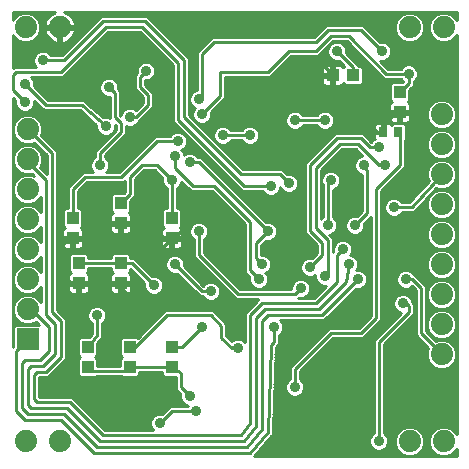
<source format=gbl>
G75*
%MOIN*%
%OFA0B0*%
%FSLAX25Y25*%
%IPPOS*%
%LPD*%
%AMOC8*
5,1,8,0,0,1.08239X$1,22.5*
%
%ADD10R,0.02756X0.03543*%
%ADD11C,0.07400*%
%ADD12R,0.07400X0.07400*%
%ADD13R,0.04331X0.03937*%
%ADD14R,0.03937X0.04331*%
%ADD15C,0.03600*%
%ADD16C,0.01000*%
D10*
X0431941Y0314500D03*
X0437059Y0314500D03*
D11*
X0312800Y0211500D03*
X0324200Y0211500D03*
X0313500Y0255500D03*
X0313500Y0265500D03*
X0313500Y0275500D03*
X0313500Y0285500D03*
X0313500Y0295500D03*
X0313500Y0305500D03*
X0313500Y0315500D03*
X0312800Y0349500D03*
X0324200Y0349500D03*
X0440800Y0349500D03*
X0452200Y0349500D03*
X0451500Y0320500D03*
X0451500Y0310500D03*
X0451500Y0300500D03*
X0451500Y0290500D03*
X0451500Y0280500D03*
X0451500Y0270500D03*
X0451500Y0260500D03*
X0451500Y0250500D03*
X0451500Y0240500D03*
X0452200Y0211500D03*
X0440800Y0211500D03*
D12*
X0313500Y0245500D03*
D13*
X0415154Y0333500D03*
X0421846Y0333500D03*
D14*
X0437500Y0327846D03*
X0437500Y0321154D03*
X0361500Y0285846D03*
X0361500Y0279154D03*
X0344500Y0284154D03*
X0344500Y0290846D03*
X0328500Y0285846D03*
X0328500Y0279154D03*
X0330500Y0270846D03*
X0330500Y0264154D03*
X0344500Y0264154D03*
X0344500Y0270846D03*
X0347500Y0242846D03*
X0347500Y0236154D03*
X0333500Y0236154D03*
X0333500Y0242846D03*
X0361500Y0242846D03*
X0361500Y0236154D03*
D15*
X0367500Y0226500D03*
X0369500Y0221500D03*
X0357500Y0217500D03*
X0383500Y0242500D03*
X0395500Y0249500D03*
X0400500Y0249500D03*
X0404500Y0262500D03*
X0407500Y0269500D03*
X0412500Y0266500D03*
X0420500Y0270500D03*
X0418500Y0275500D03*
X0423500Y0278500D03*
X0422500Y0283500D03*
X0413500Y0283500D03*
X0407500Y0275500D03*
X0423500Y0265500D03*
X0422500Y0252500D03*
X0438500Y0257500D03*
X0439500Y0265500D03*
X0435500Y0289500D03*
X0432500Y0303500D03*
X0430500Y0309500D03*
X0425500Y0303500D03*
X0414500Y0298500D03*
X0400500Y0297500D03*
X0394500Y0296500D03*
X0393500Y0281500D03*
X0393500Y0275500D03*
X0391500Y0270500D03*
X0390500Y0265500D03*
X0374500Y0261500D03*
X0362500Y0270500D03*
X0355500Y0263500D03*
X0371500Y0249500D03*
X0336500Y0253500D03*
X0370500Y0281500D03*
X0381500Y0284500D03*
X0361500Y0298500D03*
X0355500Y0299500D03*
X0362500Y0306500D03*
X0363500Y0311500D03*
X0367500Y0304500D03*
X0378500Y0313500D03*
X0387500Y0313500D03*
X0402500Y0318500D03*
X0412500Y0318500D03*
X0404500Y0336500D03*
X0416500Y0341500D03*
X0431500Y0341500D03*
X0440461Y0334012D03*
X0371500Y0320500D03*
X0370500Y0325500D03*
X0353000Y0335000D03*
X0340500Y0329500D03*
X0347500Y0319500D03*
X0339500Y0316500D03*
X0337500Y0303500D03*
X0312500Y0324500D03*
X0312500Y0330500D03*
X0318500Y0338500D03*
X0402500Y0229500D03*
X0430500Y0211500D03*
D16*
X0430500Y0244500D01*
X0440500Y0254500D01*
X0440500Y0256500D01*
X0439500Y0257500D01*
X0438500Y0257500D01*
X0435400Y0257423D02*
X0431200Y0257423D01*
X0431200Y0258421D02*
X0435526Y0258421D01*
X0435400Y0258117D02*
X0435400Y0256883D01*
X0435872Y0255744D01*
X0436744Y0254872D01*
X0437883Y0254400D01*
X0437996Y0254400D01*
X0429796Y0246200D01*
X0429796Y0246200D01*
X0428800Y0245204D01*
X0428800Y0214151D01*
X0428744Y0214128D01*
X0427872Y0213256D01*
X0427400Y0212117D01*
X0427400Y0210883D01*
X0427872Y0209744D01*
X0428744Y0208872D01*
X0429883Y0208400D01*
X0431117Y0208400D01*
X0432256Y0208872D01*
X0433128Y0209744D01*
X0433600Y0210883D01*
X0433600Y0212117D01*
X0433128Y0213256D01*
X0432256Y0214128D01*
X0432200Y0214151D01*
X0432200Y0243796D01*
X0441204Y0252800D01*
X0442200Y0253796D01*
X0442200Y0257204D01*
X0441600Y0257804D01*
X0441600Y0258117D01*
X0441128Y0259256D01*
X0440256Y0260128D01*
X0439117Y0260600D01*
X0437883Y0260600D01*
X0436744Y0260128D01*
X0435872Y0259256D01*
X0435400Y0258117D01*
X0436036Y0259420D02*
X0431200Y0259420D01*
X0431200Y0260418D02*
X0437444Y0260418D01*
X0439556Y0260418D02*
X0442800Y0260418D01*
X0442800Y0259420D02*
X0440964Y0259420D01*
X0441474Y0258421D02*
X0442800Y0258421D01*
X0442800Y0257423D02*
X0441982Y0257423D01*
X0442200Y0256424D02*
X0442800Y0256424D01*
X0442800Y0255426D02*
X0442200Y0255426D01*
X0442200Y0254427D02*
X0442800Y0254427D01*
X0442800Y0253429D02*
X0441833Y0253429D01*
X0442800Y0252430D02*
X0440834Y0252430D01*
X0439836Y0251432D02*
X0442800Y0251432D01*
X0442800Y0250433D02*
X0438837Y0250433D01*
X0437839Y0249434D02*
X0442800Y0249434D01*
X0442800Y0248436D02*
X0436840Y0248436D01*
X0435842Y0247437D02*
X0442800Y0247437D01*
X0442800Y0246796D02*
X0447046Y0242550D01*
X0446600Y0241475D01*
X0446600Y0239525D01*
X0447346Y0237724D01*
X0448724Y0236346D01*
X0450525Y0235600D01*
X0452475Y0235600D01*
X0454276Y0236346D01*
X0455654Y0237724D01*
X0456400Y0239525D01*
X0456400Y0241475D01*
X0455654Y0243276D01*
X0454276Y0244654D01*
X0452475Y0245400D01*
X0450525Y0245400D01*
X0449450Y0244954D01*
X0446200Y0248204D01*
X0446200Y0263204D01*
X0445204Y0264200D01*
X0442204Y0267200D01*
X0442151Y0267200D01*
X0442128Y0267256D01*
X0441256Y0268128D01*
X0440117Y0268600D01*
X0438883Y0268600D01*
X0437744Y0268128D01*
X0436872Y0267256D01*
X0436400Y0266117D01*
X0436400Y0264883D01*
X0436872Y0263744D01*
X0437744Y0262872D01*
X0438883Y0262400D01*
X0440117Y0262400D01*
X0441256Y0262872D01*
X0441490Y0263106D01*
X0442800Y0261796D01*
X0442800Y0246796D01*
X0443157Y0246439D02*
X0434843Y0246439D01*
X0433845Y0245440D02*
X0444155Y0245440D01*
X0445154Y0244442D02*
X0432846Y0244442D01*
X0432200Y0243443D02*
X0446152Y0243443D01*
X0447002Y0242445D02*
X0432200Y0242445D01*
X0432200Y0241446D02*
X0446600Y0241446D01*
X0446600Y0240448D02*
X0432200Y0240448D01*
X0432200Y0239449D02*
X0446631Y0239449D01*
X0447045Y0238451D02*
X0432200Y0238451D01*
X0432200Y0237452D02*
X0447618Y0237452D01*
X0448616Y0236454D02*
X0432200Y0236454D01*
X0432200Y0235455D02*
X0456500Y0235455D01*
X0456500Y0234457D02*
X0432200Y0234457D01*
X0432200Y0233458D02*
X0456500Y0233458D01*
X0456500Y0232460D02*
X0432200Y0232460D01*
X0432200Y0231461D02*
X0456500Y0231461D01*
X0456500Y0230463D02*
X0432200Y0230463D01*
X0432200Y0229464D02*
X0456500Y0229464D01*
X0456500Y0228466D02*
X0432200Y0228466D01*
X0432200Y0227467D02*
X0456500Y0227467D01*
X0456500Y0226469D02*
X0432200Y0226469D01*
X0432200Y0225470D02*
X0456500Y0225470D01*
X0456500Y0224472D02*
X0432200Y0224472D01*
X0432200Y0223473D02*
X0456500Y0223473D01*
X0456500Y0222475D02*
X0432200Y0222475D01*
X0432200Y0221476D02*
X0456500Y0221476D01*
X0456500Y0220478D02*
X0432200Y0220478D01*
X0432200Y0219479D02*
X0456500Y0219479D01*
X0456500Y0218481D02*
X0432200Y0218481D01*
X0432200Y0217482D02*
X0456500Y0217482D01*
X0456500Y0216484D02*
X0432200Y0216484D01*
X0432200Y0215485D02*
X0437855Y0215485D01*
X0438024Y0215654D02*
X0436646Y0214276D01*
X0435900Y0212475D01*
X0435900Y0210525D01*
X0436646Y0208724D01*
X0438024Y0207346D01*
X0439825Y0206600D01*
X0441775Y0206600D01*
X0443576Y0207346D01*
X0444954Y0208724D01*
X0445700Y0210525D01*
X0445700Y0212475D01*
X0444954Y0214276D01*
X0443576Y0215654D01*
X0441775Y0216400D01*
X0439825Y0216400D01*
X0438024Y0215654D01*
X0436857Y0214487D02*
X0432200Y0214487D01*
X0432896Y0213488D02*
X0436320Y0213488D01*
X0435906Y0212490D02*
X0433446Y0212490D01*
X0433600Y0211491D02*
X0435900Y0211491D01*
X0435914Y0210493D02*
X0433438Y0210493D01*
X0432878Y0209494D02*
X0436327Y0209494D01*
X0436875Y0208496D02*
X0431347Y0208496D01*
X0429653Y0208496D02*
X0390592Y0208496D01*
X0391448Y0209494D02*
X0428122Y0209494D01*
X0427562Y0210493D02*
X0392304Y0210493D01*
X0393160Y0211491D02*
X0427400Y0211491D01*
X0427554Y0212490D02*
X0394016Y0212490D01*
X0394729Y0213322D02*
X0389200Y0206871D01*
X0389200Y0206796D01*
X0388904Y0206500D01*
X0456500Y0206500D01*
X0456500Y0209077D01*
X0456354Y0208724D01*
X0454976Y0207346D01*
X0453175Y0206600D01*
X0451225Y0206600D01*
X0449424Y0207346D01*
X0448046Y0208724D01*
X0447300Y0210525D01*
X0447300Y0212475D01*
X0448046Y0214276D01*
X0449424Y0215654D01*
X0451225Y0216400D01*
X0453175Y0216400D01*
X0454976Y0215654D01*
X0456354Y0214276D01*
X0456500Y0213923D01*
X0456500Y0347077D01*
X0456354Y0346724D01*
X0454976Y0345346D01*
X0453175Y0344600D01*
X0451225Y0344600D01*
X0449424Y0345346D01*
X0448046Y0346724D01*
X0447300Y0348525D01*
X0447300Y0350475D01*
X0448046Y0352276D01*
X0449424Y0353654D01*
X0451225Y0354400D01*
X0453175Y0354400D01*
X0454976Y0353654D01*
X0456354Y0352276D01*
X0456500Y0351923D01*
X0456500Y0354500D01*
X0325639Y0354500D01*
X0326196Y0354319D01*
X0326925Y0353947D01*
X0327588Y0353466D01*
X0328166Y0352888D01*
X0328647Y0352225D01*
X0329019Y0351496D01*
X0329272Y0350718D01*
X0329386Y0350000D01*
X0324700Y0350000D01*
X0324700Y0349000D01*
X0329386Y0349000D01*
X0329272Y0348282D01*
X0329019Y0347504D01*
X0328647Y0346775D01*
X0328166Y0346112D01*
X0327588Y0345534D01*
X0326925Y0345053D01*
X0326196Y0344681D01*
X0325418Y0344428D01*
X0324700Y0344314D01*
X0324700Y0349000D01*
X0323700Y0349000D01*
X0323700Y0344314D01*
X0322982Y0344428D01*
X0322204Y0344681D01*
X0321475Y0345053D01*
X0320812Y0345534D01*
X0320234Y0346112D01*
X0319753Y0346775D01*
X0319381Y0347504D01*
X0319128Y0348282D01*
X0319014Y0349000D01*
X0323700Y0349000D01*
X0323700Y0350000D01*
X0319014Y0350000D01*
X0319128Y0350718D01*
X0319381Y0351496D01*
X0319753Y0352225D01*
X0320234Y0352888D01*
X0320812Y0353466D01*
X0321475Y0353947D01*
X0322204Y0354319D01*
X0322761Y0354500D01*
X0308500Y0354500D01*
X0308500Y0351923D01*
X0308646Y0352276D01*
X0310024Y0353654D01*
X0311825Y0354400D01*
X0313775Y0354400D01*
X0315576Y0353654D01*
X0316954Y0352276D01*
X0317700Y0350475D01*
X0317700Y0348525D01*
X0316954Y0346724D01*
X0315576Y0345346D01*
X0313775Y0344600D01*
X0311825Y0344600D01*
X0310024Y0345346D01*
X0308646Y0346724D01*
X0308500Y0347077D01*
X0308500Y0335904D01*
X0308796Y0336200D01*
X0316416Y0336200D01*
X0315872Y0336744D01*
X0315400Y0337883D01*
X0315400Y0339117D01*
X0315872Y0340256D01*
X0316744Y0341128D01*
X0317883Y0341600D01*
X0319117Y0341600D01*
X0320256Y0341128D01*
X0321128Y0340256D01*
X0321151Y0340200D01*
X0324796Y0340200D01*
X0337796Y0353200D01*
X0353204Y0353200D01*
X0354200Y0352204D01*
X0354200Y0352204D01*
X0366204Y0340200D01*
X0367200Y0339204D01*
X0367200Y0320204D01*
X0385204Y0302200D01*
X0398204Y0302200D01*
X0399200Y0301204D01*
X0399827Y0300577D01*
X0399883Y0300600D01*
X0401117Y0300600D01*
X0402256Y0300128D01*
X0403128Y0299256D01*
X0403600Y0298117D01*
X0403600Y0296883D01*
X0403128Y0295744D01*
X0402256Y0294872D01*
X0401117Y0294400D01*
X0399883Y0294400D01*
X0398744Y0294872D01*
X0397872Y0295744D01*
X0397600Y0296401D01*
X0397600Y0295883D01*
X0397128Y0294744D01*
X0396256Y0293872D01*
X0395117Y0293400D01*
X0393883Y0293400D01*
X0392744Y0293872D01*
X0391872Y0294744D01*
X0391849Y0294800D01*
X0384796Y0294800D01*
X0383800Y0295796D01*
X0361800Y0317796D01*
X0361800Y0336796D01*
X0350796Y0347800D01*
X0340204Y0347800D01*
X0325204Y0332800D01*
X0314584Y0332800D01*
X0315128Y0332256D01*
X0315600Y0331117D01*
X0315600Y0329883D01*
X0315577Y0329827D01*
X0320204Y0325200D01*
X0331443Y0325200D01*
X0332090Y0325243D01*
X0332139Y0325200D01*
X0332204Y0325200D01*
X0332662Y0324742D01*
X0338649Y0319503D01*
X0338883Y0319600D01*
X0340117Y0319600D01*
X0340800Y0319317D01*
X0340800Y0326400D01*
X0339883Y0326400D01*
X0338744Y0326872D01*
X0337872Y0327744D01*
X0337400Y0328883D01*
X0337400Y0330117D01*
X0337872Y0331256D01*
X0338744Y0332128D01*
X0339883Y0332600D01*
X0341117Y0332600D01*
X0342256Y0332128D01*
X0343128Y0331256D01*
X0343600Y0330117D01*
X0343600Y0328883D01*
X0343577Y0328827D01*
X0344200Y0328204D01*
X0344200Y0320204D01*
X0344400Y0320004D01*
X0344400Y0320117D01*
X0344872Y0321256D01*
X0345744Y0322128D01*
X0346883Y0322600D01*
X0348117Y0322600D01*
X0349256Y0322128D01*
X0349490Y0321894D01*
X0351800Y0324204D01*
X0351800Y0326296D01*
X0350296Y0327800D01*
X0349300Y0328796D01*
X0349300Y0333704D01*
X0349923Y0334327D01*
X0349900Y0334383D01*
X0349900Y0335617D01*
X0350372Y0336756D01*
X0351244Y0337628D01*
X0352383Y0338100D01*
X0353617Y0338100D01*
X0354756Y0337628D01*
X0355628Y0336756D01*
X0356100Y0335617D01*
X0356100Y0334383D01*
X0355628Y0333244D01*
X0354756Y0332372D01*
X0353617Y0331900D01*
X0352700Y0331900D01*
X0352700Y0330204D01*
X0355200Y0327704D01*
X0355200Y0322796D01*
X0354204Y0321800D01*
X0350204Y0317800D01*
X0350151Y0317800D01*
X0350128Y0317744D01*
X0349256Y0316872D01*
X0348117Y0316400D01*
X0346883Y0316400D01*
X0346200Y0316683D01*
X0346200Y0313796D01*
X0345204Y0312800D01*
X0339200Y0306796D01*
X0339200Y0306151D01*
X0339256Y0306128D01*
X0340128Y0305256D01*
X0340600Y0304117D01*
X0340600Y0302883D01*
X0340128Y0301744D01*
X0339584Y0301200D01*
X0343796Y0301200D01*
X0354800Y0312204D01*
X0355796Y0313200D01*
X0360849Y0313200D01*
X0360872Y0313256D01*
X0361744Y0314128D01*
X0362883Y0314600D01*
X0364117Y0314600D01*
X0365256Y0314128D01*
X0366128Y0313256D01*
X0366600Y0312117D01*
X0366600Y0310883D01*
X0366128Y0309744D01*
X0365256Y0308872D01*
X0364730Y0308654D01*
X0365128Y0308256D01*
X0365600Y0307117D01*
X0365600Y0306984D01*
X0365744Y0307128D01*
X0366883Y0307600D01*
X0368117Y0307600D01*
X0369256Y0307128D01*
X0370128Y0306256D01*
X0370151Y0306200D01*
X0371204Y0306200D01*
X0392827Y0284577D01*
X0392883Y0284600D01*
X0394117Y0284600D01*
X0395256Y0284128D01*
X0396128Y0283256D01*
X0396600Y0282117D01*
X0396600Y0280883D01*
X0396128Y0279744D01*
X0395256Y0278872D01*
X0394117Y0278400D01*
X0392883Y0278400D01*
X0392827Y0278423D01*
X0391200Y0276796D01*
X0391200Y0273600D01*
X0392117Y0273600D01*
X0393256Y0273128D01*
X0394128Y0272256D01*
X0394600Y0271117D01*
X0394600Y0269883D01*
X0394128Y0268744D01*
X0393256Y0267872D01*
X0392730Y0267654D01*
X0393128Y0267256D01*
X0393600Y0266117D01*
X0393600Y0264883D01*
X0393128Y0263744D01*
X0392256Y0262872D01*
X0391117Y0262400D01*
X0389883Y0262400D01*
X0388744Y0262872D01*
X0387872Y0263744D01*
X0387400Y0264883D01*
X0387400Y0266117D01*
X0387423Y0266173D01*
X0385800Y0267796D01*
X0385800Y0283796D01*
X0374796Y0294800D01*
X0367796Y0294800D01*
X0366800Y0295796D01*
X0364600Y0297996D01*
X0364600Y0297883D01*
X0364128Y0296744D01*
X0363256Y0295872D01*
X0363200Y0295849D01*
X0363200Y0289212D01*
X0363966Y0289212D01*
X0364668Y0288509D01*
X0364668Y0283184D01*
X0364145Y0282660D01*
X0364390Y0282519D01*
X0364669Y0282240D01*
X0364866Y0281898D01*
X0364968Y0281516D01*
X0364968Y0279638D01*
X0361984Y0279638D01*
X0361984Y0278669D01*
X0361984Y0275488D01*
X0363666Y0275488D01*
X0364047Y0275590D01*
X0364390Y0275788D01*
X0364669Y0276067D01*
X0364866Y0276409D01*
X0364968Y0276791D01*
X0364968Y0278669D01*
X0361984Y0278669D01*
X0361016Y0278669D01*
X0361016Y0275488D01*
X0359334Y0275488D01*
X0358953Y0275590D01*
X0358610Y0275788D01*
X0358331Y0276067D01*
X0358134Y0276409D01*
X0358031Y0276791D01*
X0358031Y0278669D01*
X0361016Y0278669D01*
X0361016Y0279638D01*
X0358031Y0279638D01*
X0358031Y0281516D01*
X0358134Y0281898D01*
X0358331Y0282240D01*
X0358610Y0282519D01*
X0358855Y0282660D01*
X0358331Y0283184D01*
X0358331Y0288509D01*
X0359034Y0289212D01*
X0359800Y0289212D01*
X0359800Y0295849D01*
X0359744Y0295872D01*
X0358872Y0296744D01*
X0358400Y0297883D01*
X0358400Y0299117D01*
X0358423Y0299173D01*
X0355796Y0301800D01*
X0352204Y0301800D01*
X0349200Y0298796D01*
X0349200Y0293142D01*
X0348204Y0292146D01*
X0348204Y0292146D01*
X0347668Y0291611D01*
X0347668Y0288184D01*
X0347145Y0287660D01*
X0347390Y0287519D01*
X0347669Y0287240D01*
X0347866Y0286898D01*
X0347968Y0286516D01*
X0347968Y0284638D01*
X0344984Y0284638D01*
X0344984Y0283669D01*
X0344984Y0280488D01*
X0346666Y0280488D01*
X0347047Y0280590D01*
X0347390Y0280788D01*
X0347669Y0281067D01*
X0347866Y0281409D01*
X0347968Y0281791D01*
X0347968Y0283669D01*
X0344984Y0283669D01*
X0344016Y0283669D01*
X0344016Y0280488D01*
X0342334Y0280488D01*
X0341953Y0280590D01*
X0341610Y0280788D01*
X0341331Y0281067D01*
X0341134Y0281409D01*
X0341031Y0281791D01*
X0341031Y0283669D01*
X0344016Y0283669D01*
X0344016Y0284638D01*
X0341031Y0284638D01*
X0341031Y0286516D01*
X0341134Y0286898D01*
X0341331Y0287240D01*
X0341610Y0287519D01*
X0341855Y0287660D01*
X0341331Y0288184D01*
X0341331Y0293509D01*
X0342034Y0294212D01*
X0345461Y0294212D01*
X0345800Y0294551D01*
X0345800Y0298396D01*
X0345204Y0297800D01*
X0333204Y0297800D01*
X0330200Y0294796D01*
X0330200Y0289212D01*
X0330966Y0289212D01*
X0331668Y0288509D01*
X0331668Y0283184D01*
X0331145Y0282660D01*
X0331390Y0282519D01*
X0331669Y0282240D01*
X0331866Y0281898D01*
X0331968Y0281516D01*
X0331968Y0279638D01*
X0328984Y0279638D01*
X0328984Y0278669D01*
X0328984Y0275488D01*
X0330666Y0275488D01*
X0331047Y0275590D01*
X0331390Y0275788D01*
X0331669Y0276067D01*
X0331866Y0276409D01*
X0331968Y0276791D01*
X0331968Y0278669D01*
X0328984Y0278669D01*
X0328016Y0278669D01*
X0328016Y0275488D01*
X0326334Y0275488D01*
X0325953Y0275590D01*
X0325610Y0275788D01*
X0325331Y0276067D01*
X0325134Y0276409D01*
X0325031Y0276791D01*
X0325031Y0278669D01*
X0328016Y0278669D01*
X0328016Y0279638D01*
X0325031Y0279638D01*
X0325031Y0281516D01*
X0325134Y0281898D01*
X0325331Y0282240D01*
X0325610Y0282519D01*
X0325855Y0282660D01*
X0325331Y0283184D01*
X0325331Y0288509D01*
X0326034Y0289212D01*
X0326800Y0289212D01*
X0326800Y0296204D01*
X0327796Y0297200D01*
X0327796Y0297200D01*
X0330800Y0300204D01*
X0330800Y0300204D01*
X0331796Y0301200D01*
X0335416Y0301200D01*
X0334872Y0301744D01*
X0334400Y0302883D01*
X0334400Y0304117D01*
X0334872Y0305256D01*
X0335744Y0306128D01*
X0335800Y0306151D01*
X0335800Y0308204D01*
X0342800Y0315204D01*
X0342800Y0316796D01*
X0342600Y0316996D01*
X0342600Y0315883D01*
X0342128Y0314744D01*
X0341256Y0313872D01*
X0340117Y0313400D01*
X0338883Y0313400D01*
X0337744Y0313872D01*
X0336872Y0314744D01*
X0336400Y0315883D01*
X0336400Y0316954D01*
X0330861Y0321800D01*
X0318796Y0321800D01*
X0315600Y0324996D01*
X0315600Y0323883D01*
X0315128Y0322744D01*
X0314256Y0321872D01*
X0313117Y0321400D01*
X0311883Y0321400D01*
X0310744Y0321872D01*
X0309872Y0322744D01*
X0309400Y0323883D01*
X0309400Y0325117D01*
X0309423Y0325173D01*
X0308500Y0326096D01*
X0308500Y0242904D01*
X0308600Y0243004D01*
X0308600Y0249697D01*
X0309303Y0250400D01*
X0317196Y0250400D01*
X0316257Y0251338D01*
X0314475Y0250600D01*
X0312525Y0250600D01*
X0310724Y0251346D01*
X0309346Y0252724D01*
X0308600Y0254525D01*
X0308600Y0256475D01*
X0309346Y0258276D01*
X0310724Y0259654D01*
X0312525Y0260400D01*
X0314475Y0260400D01*
X0316276Y0259654D01*
X0317654Y0258276D01*
X0317800Y0257923D01*
X0317800Y0263077D01*
X0317654Y0262724D01*
X0316276Y0261346D01*
X0314475Y0260600D01*
X0312525Y0260600D01*
X0310724Y0261346D01*
X0309346Y0262724D01*
X0308600Y0264525D01*
X0308600Y0266475D01*
X0309346Y0268276D01*
X0310724Y0269654D01*
X0312525Y0270400D01*
X0314475Y0270400D01*
X0316276Y0269654D01*
X0317654Y0268276D01*
X0317800Y0267923D01*
X0317800Y0273077D01*
X0317654Y0272724D01*
X0316276Y0271346D01*
X0314475Y0270600D01*
X0312525Y0270600D01*
X0310724Y0271346D01*
X0309346Y0272724D01*
X0308600Y0274525D01*
X0308600Y0276475D01*
X0309346Y0278276D01*
X0310724Y0279654D01*
X0312525Y0280400D01*
X0314475Y0280400D01*
X0316276Y0279654D01*
X0317654Y0278276D01*
X0317800Y0277923D01*
X0317800Y0283077D01*
X0317654Y0282724D01*
X0316276Y0281346D01*
X0314475Y0280600D01*
X0312525Y0280600D01*
X0310724Y0281346D01*
X0309346Y0282724D01*
X0308600Y0284525D01*
X0308600Y0286475D01*
X0309346Y0288276D01*
X0310724Y0289654D01*
X0312525Y0290400D01*
X0314475Y0290400D01*
X0316276Y0289654D01*
X0317654Y0288276D01*
X0317800Y0287923D01*
X0317800Y0293077D01*
X0317654Y0292724D01*
X0316276Y0291346D01*
X0314475Y0290600D01*
X0312525Y0290600D01*
X0310724Y0291346D01*
X0309346Y0292724D01*
X0308600Y0294525D01*
X0308600Y0296475D01*
X0309346Y0298276D01*
X0310724Y0299654D01*
X0312525Y0300400D01*
X0314475Y0300400D01*
X0315706Y0299890D01*
X0314843Y0300753D01*
X0314475Y0300600D01*
X0312525Y0300600D01*
X0310724Y0301346D01*
X0309346Y0302724D01*
X0308600Y0304525D01*
X0308600Y0306475D01*
X0309346Y0308276D01*
X0310724Y0309654D01*
X0312525Y0310400D01*
X0314475Y0310400D01*
X0316276Y0309654D01*
X0317654Y0308276D01*
X0318400Y0306475D01*
X0318400Y0304525D01*
X0317662Y0302743D01*
X0319800Y0300604D01*
X0319800Y0306796D01*
X0315550Y0311046D01*
X0314475Y0310600D01*
X0312525Y0310600D01*
X0310724Y0311346D01*
X0309346Y0312724D01*
X0308600Y0314525D01*
X0308600Y0316475D01*
X0309346Y0318276D01*
X0310724Y0319654D01*
X0312525Y0320400D01*
X0314475Y0320400D01*
X0316276Y0319654D01*
X0317654Y0318276D01*
X0318400Y0316475D01*
X0318400Y0314525D01*
X0317954Y0313450D01*
X0322204Y0309200D01*
X0323200Y0308204D01*
X0323200Y0255204D01*
X0325204Y0253200D01*
X0326200Y0252204D01*
X0326200Y0238796D01*
X0321200Y0233796D01*
X0320204Y0232800D01*
X0317204Y0232800D01*
X0317200Y0232796D01*
X0317200Y0226204D01*
X0317204Y0226200D01*
X0328204Y0226200D01*
X0339204Y0215200D01*
X0355416Y0215200D01*
X0354872Y0215744D01*
X0354400Y0216883D01*
X0354400Y0218117D01*
X0354872Y0219256D01*
X0355744Y0220128D01*
X0356883Y0220600D01*
X0358117Y0220600D01*
X0358173Y0220577D01*
X0360796Y0223200D01*
X0366849Y0223200D01*
X0366872Y0223256D01*
X0367016Y0223400D01*
X0366883Y0223400D01*
X0365744Y0223872D01*
X0364872Y0224744D01*
X0364400Y0225883D01*
X0364400Y0227117D01*
X0364423Y0227173D01*
X0362800Y0228796D01*
X0362800Y0232788D01*
X0359034Y0232788D01*
X0358331Y0233491D01*
X0358331Y0234454D01*
X0350668Y0234454D01*
X0350668Y0233491D01*
X0349966Y0232788D01*
X0345034Y0232788D01*
X0344534Y0233288D01*
X0336466Y0233288D01*
X0335966Y0232788D01*
X0331034Y0232788D01*
X0330331Y0233491D01*
X0330331Y0238816D01*
X0331016Y0239500D01*
X0330331Y0240184D01*
X0330331Y0245509D01*
X0331034Y0246212D01*
X0333899Y0246212D01*
X0334800Y0247413D01*
X0334800Y0250849D01*
X0334744Y0250872D01*
X0333872Y0251744D01*
X0333400Y0252883D01*
X0333400Y0254117D01*
X0333872Y0255256D01*
X0334744Y0256128D01*
X0335883Y0256600D01*
X0337117Y0256600D01*
X0338256Y0256128D01*
X0339128Y0255256D01*
X0339600Y0254117D01*
X0339600Y0252883D01*
X0339128Y0251744D01*
X0338256Y0250872D01*
X0338200Y0250849D01*
X0338200Y0246967D01*
X0338282Y0246390D01*
X0338200Y0246280D01*
X0338200Y0246142D01*
X0337787Y0245730D01*
X0336668Y0244238D01*
X0336668Y0240184D01*
X0335984Y0239500D01*
X0336668Y0238816D01*
X0336668Y0236688D01*
X0344331Y0236688D01*
X0344331Y0238816D01*
X0345016Y0239500D01*
X0344331Y0240184D01*
X0344331Y0245509D01*
X0345034Y0246212D01*
X0349966Y0246212D01*
X0350137Y0246041D01*
X0358300Y0254204D01*
X0359296Y0255200D01*
X0375204Y0255200D01*
X0379700Y0250704D01*
X0379700Y0246704D01*
X0381510Y0244894D01*
X0381744Y0245128D01*
X0382883Y0245600D01*
X0384117Y0245600D01*
X0385256Y0245128D01*
X0385800Y0244584D01*
X0385800Y0254204D01*
X0386796Y0255200D01*
X0389800Y0258204D01*
X0390396Y0258800D01*
X0382796Y0258800D01*
X0381800Y0259796D01*
X0368800Y0272796D01*
X0368800Y0278849D01*
X0368744Y0278872D01*
X0367872Y0279744D01*
X0367400Y0280883D01*
X0367400Y0282117D01*
X0367872Y0283256D01*
X0368744Y0284128D01*
X0369883Y0284600D01*
X0371117Y0284600D01*
X0372256Y0284128D01*
X0373128Y0283256D01*
X0373600Y0282117D01*
X0373600Y0280883D01*
X0373128Y0279744D01*
X0372256Y0278872D01*
X0372200Y0278849D01*
X0372200Y0274204D01*
X0384204Y0262200D01*
X0401400Y0262200D01*
X0401400Y0263117D01*
X0401872Y0264256D01*
X0402744Y0265128D01*
X0403883Y0265600D01*
X0405117Y0265600D01*
X0406256Y0265128D01*
X0407128Y0264256D01*
X0407600Y0263117D01*
X0407600Y0261883D01*
X0407128Y0260744D01*
X0406256Y0259872D01*
X0405117Y0259400D01*
X0403883Y0259400D01*
X0403827Y0259423D01*
X0403604Y0259200D01*
X0408796Y0259200D01*
X0412996Y0263400D01*
X0411883Y0263400D01*
X0410744Y0263872D01*
X0409872Y0264744D01*
X0409400Y0265883D01*
X0409400Y0267016D01*
X0409256Y0266872D01*
X0408117Y0266400D01*
X0406883Y0266400D01*
X0405744Y0266872D01*
X0404872Y0267744D01*
X0404400Y0268883D01*
X0404400Y0270117D01*
X0404872Y0271256D01*
X0405744Y0272128D01*
X0406883Y0272600D01*
X0408117Y0272600D01*
X0408173Y0272577D01*
X0409800Y0274204D01*
X0409800Y0276796D01*
X0406796Y0279800D01*
X0406796Y0279800D01*
X0405800Y0280796D01*
X0405800Y0304204D01*
X0415796Y0314200D01*
X0425204Y0314200D01*
X0428010Y0311394D01*
X0428744Y0312128D01*
X0429128Y0312287D01*
X0429063Y0312531D01*
X0429063Y0314311D01*
X0431752Y0314311D01*
X0431752Y0314689D01*
X0431752Y0317772D01*
X0430366Y0317772D01*
X0429984Y0317669D01*
X0429642Y0317472D01*
X0429363Y0317193D01*
X0429165Y0316851D01*
X0429063Y0316469D01*
X0429063Y0314689D01*
X0431752Y0314689D01*
X0432130Y0314689D01*
X0432130Y0317772D01*
X0433516Y0317772D01*
X0433898Y0317669D01*
X0434240Y0317472D01*
X0434519Y0317193D01*
X0434660Y0316948D01*
X0435184Y0317472D01*
X0438934Y0317472D01*
X0439637Y0316769D01*
X0439637Y0312231D01*
X0439200Y0311794D01*
X0439200Y0302796D01*
X0438204Y0301800D01*
X0431200Y0294796D01*
X0431200Y0251796D01*
X0426200Y0246796D01*
X0425204Y0245800D01*
X0415204Y0245800D01*
X0404200Y0234796D01*
X0404200Y0232151D01*
X0404256Y0232128D01*
X0405128Y0231256D01*
X0405600Y0230117D01*
X0405600Y0228883D01*
X0405128Y0227744D01*
X0404256Y0226872D01*
X0403117Y0226400D01*
X0401883Y0226400D01*
X0400744Y0226872D01*
X0399872Y0227744D01*
X0399400Y0228883D01*
X0399400Y0230117D01*
X0399872Y0231256D01*
X0400744Y0232128D01*
X0400800Y0232151D01*
X0400800Y0236204D01*
X0401796Y0237200D01*
X0401796Y0237200D01*
X0412800Y0248204D01*
X0412800Y0248204D01*
X0413796Y0249200D01*
X0423796Y0249200D01*
X0427800Y0253204D01*
X0427800Y0286396D01*
X0425577Y0284173D01*
X0425600Y0284117D01*
X0425600Y0282883D01*
X0425128Y0281744D01*
X0424256Y0280872D01*
X0423117Y0280400D01*
X0421883Y0280400D01*
X0420744Y0280872D01*
X0419872Y0281744D01*
X0419400Y0282883D01*
X0419400Y0284117D01*
X0419872Y0285256D01*
X0420744Y0286128D01*
X0421883Y0286600D01*
X0423117Y0286600D01*
X0423173Y0286577D01*
X0424800Y0288204D01*
X0424800Y0300435D01*
X0423744Y0300872D01*
X0422872Y0301744D01*
X0422400Y0302883D01*
X0422400Y0304117D01*
X0422872Y0305256D01*
X0423744Y0306128D01*
X0424883Y0306600D01*
X0424996Y0306600D01*
X0422796Y0308800D01*
X0418204Y0308800D01*
X0411200Y0301796D01*
X0411200Y0285584D01*
X0411744Y0286128D01*
X0411800Y0286151D01*
X0411800Y0296918D01*
X0411400Y0297883D01*
X0411400Y0299117D01*
X0411872Y0300256D01*
X0412744Y0301128D01*
X0413883Y0301600D01*
X0415117Y0301600D01*
X0416256Y0301128D01*
X0417128Y0300256D01*
X0417600Y0299117D01*
X0417600Y0297883D01*
X0417128Y0296744D01*
X0416256Y0295872D01*
X0415200Y0295435D01*
X0415200Y0286151D01*
X0415256Y0286128D01*
X0416128Y0285256D01*
X0416600Y0284117D01*
X0416600Y0282883D01*
X0416128Y0281744D01*
X0415256Y0280872D01*
X0414117Y0280400D01*
X0414004Y0280400D01*
X0414204Y0280200D01*
X0415200Y0279204D01*
X0415200Y0274604D01*
X0415423Y0274827D01*
X0415400Y0274883D01*
X0415400Y0276117D01*
X0415872Y0277256D01*
X0416744Y0278128D01*
X0417883Y0278600D01*
X0419117Y0278600D01*
X0420256Y0278128D01*
X0421128Y0277256D01*
X0421600Y0276117D01*
X0421600Y0274883D01*
X0421128Y0273744D01*
X0420984Y0273600D01*
X0421117Y0273600D01*
X0422256Y0273128D01*
X0423128Y0272256D01*
X0423600Y0271117D01*
X0423600Y0269883D01*
X0423128Y0268744D01*
X0422984Y0268600D01*
X0424117Y0268600D01*
X0425256Y0268128D01*
X0426128Y0267256D01*
X0426600Y0266117D01*
X0426600Y0264883D01*
X0426128Y0263744D01*
X0425256Y0262872D01*
X0424117Y0262400D01*
X0422883Y0262400D01*
X0422827Y0262423D01*
X0412204Y0251800D01*
X0397584Y0251800D01*
X0398128Y0251256D01*
X0398600Y0250117D01*
X0398600Y0248883D01*
X0398128Y0247744D01*
X0397256Y0246872D01*
X0397200Y0246849D01*
X0397200Y0243796D01*
X0396204Y0242800D01*
X0396176Y0242772D01*
X0395202Y0214536D01*
X0395249Y0213928D01*
X0395178Y0213846D01*
X0395175Y0213738D01*
X0394729Y0213322D01*
X0394907Y0213488D02*
X0428104Y0213488D01*
X0428800Y0214487D02*
X0395206Y0214487D01*
X0395235Y0215485D02*
X0428800Y0215485D01*
X0428800Y0216484D02*
X0395269Y0216484D01*
X0395304Y0217482D02*
X0428800Y0217482D01*
X0428800Y0218481D02*
X0395338Y0218481D01*
X0395373Y0219479D02*
X0428800Y0219479D01*
X0428800Y0220478D02*
X0395407Y0220478D01*
X0395442Y0221476D02*
X0428800Y0221476D01*
X0428800Y0222475D02*
X0395476Y0222475D01*
X0395510Y0223473D02*
X0428800Y0223473D01*
X0428800Y0224472D02*
X0395545Y0224472D01*
X0395579Y0225470D02*
X0428800Y0225470D01*
X0428800Y0226469D02*
X0403283Y0226469D01*
X0401717Y0226469D02*
X0395614Y0226469D01*
X0395648Y0227467D02*
X0400149Y0227467D01*
X0399573Y0228466D02*
X0395683Y0228466D01*
X0395717Y0229464D02*
X0399400Y0229464D01*
X0399543Y0230463D02*
X0395751Y0230463D01*
X0395786Y0231461D02*
X0400077Y0231461D01*
X0400800Y0232460D02*
X0395820Y0232460D01*
X0395855Y0233458D02*
X0400800Y0233458D01*
X0400800Y0234457D02*
X0395889Y0234457D01*
X0395924Y0235455D02*
X0400800Y0235455D01*
X0401050Y0236454D02*
X0395958Y0236454D01*
X0395992Y0237452D02*
X0402048Y0237452D01*
X0403047Y0238451D02*
X0396027Y0238451D01*
X0396061Y0239449D02*
X0404045Y0239449D01*
X0405044Y0240448D02*
X0396096Y0240448D01*
X0396130Y0241446D02*
X0406042Y0241446D01*
X0407041Y0242445D02*
X0396165Y0242445D01*
X0396848Y0243443D02*
X0408039Y0243443D01*
X0409038Y0244442D02*
X0397200Y0244442D01*
X0397200Y0245440D02*
X0410036Y0245440D01*
X0411035Y0246439D02*
X0397200Y0246439D01*
X0397822Y0247437D02*
X0412033Y0247437D01*
X0413032Y0248436D02*
X0398415Y0248436D01*
X0398600Y0249434D02*
X0424030Y0249434D01*
X0425029Y0250433D02*
X0398469Y0250433D01*
X0397953Y0251432D02*
X0426027Y0251432D01*
X0425500Y0252500D02*
X0422500Y0252500D01*
X0421500Y0252500D01*
X0420500Y0251500D01*
X0402500Y0251500D01*
X0400500Y0249500D01*
X0395500Y0249500D02*
X0395500Y0244500D01*
X0394500Y0243500D01*
X0393500Y0214500D01*
X0387500Y0207500D01*
X0335500Y0207500D01*
X0324500Y0218500D01*
X0312500Y0218500D01*
X0309500Y0221500D01*
X0309500Y0241500D01*
X0313500Y0245500D01*
X0308600Y0245440D02*
X0308500Y0245440D01*
X0308500Y0244442D02*
X0308600Y0244442D01*
X0308600Y0243443D02*
X0308500Y0243443D01*
X0308500Y0246439D02*
X0308600Y0246439D01*
X0308600Y0247437D02*
X0308500Y0247437D01*
X0308500Y0248436D02*
X0308600Y0248436D01*
X0308600Y0249434D02*
X0308500Y0249434D01*
X0308500Y0250433D02*
X0317163Y0250433D01*
X0320500Y0249500D02*
X0314500Y0255500D01*
X0313500Y0255500D01*
X0308993Y0257423D02*
X0308500Y0257423D01*
X0308500Y0258421D02*
X0309491Y0258421D01*
X0308500Y0259420D02*
X0310490Y0259420D01*
X0310654Y0261417D02*
X0308500Y0261417D01*
X0308500Y0262415D02*
X0309655Y0262415D01*
X0309060Y0263414D02*
X0308500Y0263414D01*
X0308500Y0264412D02*
X0308647Y0264412D01*
X0308600Y0265411D02*
X0308500Y0265411D01*
X0308500Y0266409D02*
X0308600Y0266409D01*
X0308500Y0267408D02*
X0308986Y0267408D01*
X0308500Y0268406D02*
X0309477Y0268406D01*
X0308500Y0269405D02*
X0310475Y0269405D01*
X0310669Y0271402D02*
X0308500Y0271402D01*
X0308500Y0272400D02*
X0309670Y0272400D01*
X0309067Y0273399D02*
X0308500Y0273399D01*
X0308500Y0274397D02*
X0308653Y0274397D01*
X0308600Y0275396D02*
X0308500Y0275396D01*
X0308500Y0276394D02*
X0308600Y0276394D01*
X0308500Y0277393D02*
X0308980Y0277393D01*
X0308500Y0278391D02*
X0309462Y0278391D01*
X0308500Y0279390D02*
X0310460Y0279390D01*
X0310683Y0281387D02*
X0308500Y0281387D01*
X0308500Y0282385D02*
X0309685Y0282385D01*
X0309073Y0283384D02*
X0308500Y0283384D01*
X0308500Y0284382D02*
X0308659Y0284382D01*
X0308600Y0285381D02*
X0308500Y0285381D01*
X0308500Y0286379D02*
X0308600Y0286379D01*
X0308500Y0287378D02*
X0308974Y0287378D01*
X0308500Y0288376D02*
X0309447Y0288376D01*
X0308500Y0289375D02*
X0310445Y0289375D01*
X0310698Y0291372D02*
X0308500Y0291372D01*
X0308500Y0292370D02*
X0309700Y0292370D01*
X0309079Y0293369D02*
X0308500Y0293369D01*
X0308500Y0294368D02*
X0308665Y0294368D01*
X0308600Y0295366D02*
X0308500Y0295366D01*
X0308500Y0296365D02*
X0308600Y0296365D01*
X0308500Y0297363D02*
X0308968Y0297363D01*
X0309432Y0298362D02*
X0308500Y0298362D01*
X0308500Y0299360D02*
X0310430Y0299360D01*
X0310713Y0301357D02*
X0308500Y0301357D01*
X0308500Y0300359D02*
X0312425Y0300359D01*
X0314575Y0300359D02*
X0315237Y0300359D01*
X0318049Y0302356D02*
X0319800Y0302356D01*
X0319800Y0303354D02*
X0317915Y0303354D01*
X0318328Y0304353D02*
X0319800Y0304353D01*
X0319800Y0305351D02*
X0318400Y0305351D01*
X0318400Y0306350D02*
X0319800Y0306350D01*
X0319248Y0307348D02*
X0318038Y0307348D01*
X0318249Y0308347D02*
X0317583Y0308347D01*
X0317251Y0309345D02*
X0316584Y0309345D01*
X0316252Y0310344D02*
X0314611Y0310344D01*
X0312389Y0310344D02*
X0308500Y0310344D01*
X0308500Y0311342D02*
X0310733Y0311342D01*
X0309730Y0312341D02*
X0308500Y0312341D01*
X0308500Y0313339D02*
X0309091Y0313339D01*
X0308678Y0314338D02*
X0308500Y0314338D01*
X0308500Y0315336D02*
X0308600Y0315336D01*
X0308600Y0316335D02*
X0308500Y0316335D01*
X0308500Y0317333D02*
X0308956Y0317333D01*
X0309402Y0318332D02*
X0308500Y0318332D01*
X0308500Y0319330D02*
X0310401Y0319330D01*
X0308500Y0320329D02*
X0312353Y0320329D01*
X0314647Y0320329D02*
X0332543Y0320329D01*
X0333684Y0319330D02*
X0316599Y0319330D01*
X0317598Y0318332D02*
X0334825Y0318332D01*
X0335966Y0317333D02*
X0318044Y0317333D01*
X0318400Y0316335D02*
X0336400Y0316335D01*
X0336627Y0315336D02*
X0318400Y0315336D01*
X0318322Y0314338D02*
X0337278Y0314338D01*
X0338500Y0316500D02*
X0339500Y0316500D01*
X0331500Y0323500D01*
X0319500Y0323500D01*
X0312500Y0330500D01*
X0315600Y0330314D02*
X0337482Y0330314D01*
X0337400Y0329315D02*
X0316089Y0329315D01*
X0317087Y0328317D02*
X0337635Y0328317D01*
X0338298Y0327318D02*
X0318086Y0327318D01*
X0319084Y0326320D02*
X0340800Y0326320D01*
X0340800Y0325321D02*
X0320083Y0325321D01*
X0317271Y0323324D02*
X0315368Y0323324D01*
X0315600Y0324323D02*
X0316273Y0324323D01*
X0314710Y0322326D02*
X0318270Y0322326D01*
X0312500Y0324500D02*
X0308500Y0328500D01*
X0308500Y0333500D01*
X0309500Y0334500D01*
X0324500Y0334500D01*
X0339500Y0349500D01*
X0351500Y0349500D01*
X0363500Y0337500D01*
X0363500Y0318500D01*
X0385500Y0296500D01*
X0394500Y0296500D01*
X0397386Y0295366D02*
X0398250Y0295366D01*
X0397615Y0296365D02*
X0397600Y0296365D01*
X0396752Y0294368D02*
X0405800Y0294368D01*
X0405800Y0295366D02*
X0402750Y0295366D01*
X0403385Y0296365D02*
X0405800Y0296365D01*
X0405800Y0297363D02*
X0403600Y0297363D01*
X0403499Y0298362D02*
X0405800Y0298362D01*
X0405800Y0299360D02*
X0403024Y0299360D01*
X0401699Y0300359D02*
X0405800Y0300359D01*
X0405800Y0301357D02*
X0399047Y0301357D01*
X0397500Y0300500D02*
X0384500Y0300500D01*
X0365500Y0319500D01*
X0365500Y0338500D01*
X0352500Y0351500D01*
X0338500Y0351500D01*
X0325500Y0338500D01*
X0318500Y0338500D01*
X0316311Y0336305D02*
X0308500Y0336305D01*
X0308500Y0337303D02*
X0315640Y0337303D01*
X0315400Y0338302D02*
X0308500Y0338302D01*
X0308500Y0339301D02*
X0315476Y0339301D01*
X0315915Y0340299D02*
X0308500Y0340299D01*
X0308500Y0341298D02*
X0317153Y0341298D01*
X0319847Y0341298D02*
X0325893Y0341298D01*
X0326892Y0342296D02*
X0308500Y0342296D01*
X0308500Y0343295D02*
X0327890Y0343295D01*
X0328889Y0344293D02*
X0308500Y0344293D01*
X0308500Y0345292D02*
X0310156Y0345292D01*
X0309080Y0346290D02*
X0308500Y0346290D01*
X0308500Y0352281D02*
X0308652Y0352281D01*
X0308500Y0353280D02*
X0309650Y0353280D01*
X0308500Y0354278D02*
X0311531Y0354278D01*
X0314069Y0354278D02*
X0322124Y0354278D01*
X0320626Y0353280D02*
X0315950Y0353280D01*
X0316948Y0352281D02*
X0319793Y0352281D01*
X0319312Y0351283D02*
X0317365Y0351283D01*
X0317700Y0350284D02*
X0319059Y0350284D01*
X0317700Y0349286D02*
X0323700Y0349286D01*
X0323700Y0348287D02*
X0324700Y0348287D01*
X0324700Y0347289D02*
X0323700Y0347289D01*
X0323700Y0346290D02*
X0324700Y0346290D01*
X0324700Y0345292D02*
X0323700Y0345292D01*
X0321146Y0345292D02*
X0315444Y0345292D01*
X0316520Y0346290D02*
X0320105Y0346290D01*
X0319491Y0347289D02*
X0317188Y0347289D01*
X0317601Y0348287D02*
X0319127Y0348287D01*
X0324700Y0349286D02*
X0333881Y0349286D01*
X0332883Y0348287D02*
X0329273Y0348287D01*
X0328909Y0347289D02*
X0331884Y0347289D01*
X0330886Y0346290D02*
X0328295Y0346290D01*
X0327254Y0345292D02*
X0329887Y0345292D01*
X0329341Y0350284D02*
X0334880Y0350284D01*
X0335878Y0351283D02*
X0329088Y0351283D01*
X0328607Y0352281D02*
X0336877Y0352281D01*
X0339693Y0347289D02*
X0351307Y0347289D01*
X0352306Y0346290D02*
X0338694Y0346290D01*
X0337696Y0345292D02*
X0353304Y0345292D01*
X0354303Y0344293D02*
X0336697Y0344293D01*
X0335699Y0343295D02*
X0355301Y0343295D01*
X0356300Y0342296D02*
X0334700Y0342296D01*
X0333702Y0341298D02*
X0357298Y0341298D01*
X0358297Y0340299D02*
X0332703Y0340299D01*
X0331705Y0339301D02*
X0359295Y0339301D01*
X0360294Y0338302D02*
X0330706Y0338302D01*
X0329708Y0337303D02*
X0350919Y0337303D01*
X0350185Y0336305D02*
X0328709Y0336305D01*
X0327711Y0335306D02*
X0349900Y0335306D01*
X0349904Y0334308D02*
X0326712Y0334308D01*
X0325714Y0333309D02*
X0349300Y0333309D01*
X0349300Y0332311D02*
X0341814Y0332311D01*
X0343072Y0331312D02*
X0349300Y0331312D01*
X0349300Y0330314D02*
X0343518Y0330314D01*
X0343600Y0329315D02*
X0349300Y0329315D01*
X0349779Y0328317D02*
X0344087Y0328317D01*
X0344200Y0327318D02*
X0350777Y0327318D01*
X0351776Y0326320D02*
X0344200Y0326320D01*
X0344200Y0325321D02*
X0351800Y0325321D01*
X0351800Y0324323D02*
X0344200Y0324323D01*
X0344200Y0323324D02*
X0350920Y0323324D01*
X0349922Y0322326D02*
X0348779Y0322326D01*
X0346221Y0322326D02*
X0344200Y0322326D01*
X0344200Y0321327D02*
X0344943Y0321327D01*
X0344488Y0320329D02*
X0344200Y0320329D01*
X0342500Y0319500D02*
X0344500Y0317500D01*
X0344500Y0314500D01*
X0337500Y0307500D01*
X0337500Y0303500D01*
X0340381Y0302356D02*
X0344951Y0302356D01*
X0343953Y0301357D02*
X0339741Y0301357D01*
X0340600Y0303354D02*
X0345950Y0303354D01*
X0346948Y0304353D02*
X0340502Y0304353D01*
X0340033Y0305351D02*
X0347947Y0305351D01*
X0348945Y0306350D02*
X0339200Y0306350D01*
X0339752Y0307348D02*
X0349944Y0307348D01*
X0350943Y0308347D02*
X0340751Y0308347D01*
X0341749Y0309345D02*
X0351941Y0309345D01*
X0352940Y0310344D02*
X0342748Y0310344D01*
X0343746Y0311342D02*
X0353938Y0311342D01*
X0354937Y0312341D02*
X0344745Y0312341D01*
X0345743Y0313339D02*
X0360955Y0313339D01*
X0362250Y0314338D02*
X0346200Y0314338D01*
X0346200Y0315336D02*
X0364260Y0315336D01*
X0364750Y0314338D02*
X0365258Y0314338D01*
X0366045Y0313339D02*
X0366257Y0313339D01*
X0366507Y0312341D02*
X0367255Y0312341D01*
X0366600Y0311342D02*
X0368254Y0311342D01*
X0369252Y0310344D02*
X0366376Y0310344D01*
X0365729Y0309345D02*
X0370251Y0309345D01*
X0371249Y0308347D02*
X0365037Y0308347D01*
X0365504Y0307348D02*
X0366275Y0307348D01*
X0368725Y0307348D02*
X0372248Y0307348D01*
X0373246Y0306350D02*
X0370034Y0306350D01*
X0370500Y0304500D02*
X0393500Y0281500D01*
X0389500Y0277500D01*
X0389500Y0272500D01*
X0391500Y0270500D01*
X0392602Y0273399D02*
X0408995Y0273399D01*
X0409800Y0274397D02*
X0391200Y0274397D01*
X0391200Y0275396D02*
X0409800Y0275396D01*
X0409800Y0276394D02*
X0391200Y0276394D01*
X0391797Y0277393D02*
X0409203Y0277393D01*
X0408205Y0278391D02*
X0392795Y0278391D01*
X0393500Y0275500D02*
X0407500Y0275500D01*
X0406401Y0272400D02*
X0393984Y0272400D01*
X0394482Y0271402D02*
X0405018Y0271402D01*
X0404519Y0270403D02*
X0394600Y0270403D01*
X0394402Y0269405D02*
X0404400Y0269405D01*
X0404598Y0268406D02*
X0393790Y0268406D01*
X0392976Y0267408D02*
X0405208Y0267408D01*
X0406861Y0266409D02*
X0393479Y0266409D01*
X0393600Y0265411D02*
X0403426Y0265411D01*
X0402028Y0264412D02*
X0393405Y0264412D01*
X0392798Y0263414D02*
X0401523Y0263414D01*
X0401400Y0262415D02*
X0391153Y0262415D01*
X0389847Y0262415D02*
X0383989Y0262415D01*
X0382990Y0263414D02*
X0388202Y0263414D01*
X0387595Y0264412D02*
X0381992Y0264412D01*
X0380993Y0265411D02*
X0387400Y0265411D01*
X0387187Y0266409D02*
X0379995Y0266409D01*
X0378996Y0267408D02*
X0386188Y0267408D01*
X0385800Y0268406D02*
X0377998Y0268406D01*
X0376999Y0269405D02*
X0385800Y0269405D01*
X0385800Y0270403D02*
X0376001Y0270403D01*
X0375002Y0271402D02*
X0385800Y0271402D01*
X0385800Y0272400D02*
X0374004Y0272400D01*
X0373005Y0273399D02*
X0385800Y0273399D01*
X0385800Y0274397D02*
X0372200Y0274397D01*
X0372200Y0275396D02*
X0385800Y0275396D01*
X0385800Y0276394D02*
X0372200Y0276394D01*
X0372200Y0277393D02*
X0385800Y0277393D01*
X0385800Y0278391D02*
X0372200Y0278391D01*
X0372774Y0279390D02*
X0385800Y0279390D01*
X0385800Y0280388D02*
X0373395Y0280388D01*
X0373600Y0281387D02*
X0385800Y0281387D01*
X0385800Y0282385D02*
X0373489Y0282385D01*
X0373000Y0283384D02*
X0385800Y0283384D01*
X0385213Y0284382D02*
X0371642Y0284382D01*
X0369358Y0284382D02*
X0364668Y0284382D01*
X0364668Y0283384D02*
X0368000Y0283384D01*
X0367511Y0282385D02*
X0364523Y0282385D01*
X0364968Y0281387D02*
X0367400Y0281387D01*
X0367605Y0280388D02*
X0364968Y0280388D01*
X0364968Y0278391D02*
X0368800Y0278391D01*
X0368800Y0277393D02*
X0364968Y0277393D01*
X0364858Y0276394D02*
X0368800Y0276394D01*
X0368800Y0275396D02*
X0323200Y0275396D01*
X0323200Y0276394D02*
X0325142Y0276394D01*
X0324500Y0276500D02*
X0327154Y0279154D01*
X0328500Y0279154D01*
X0328984Y0279390D02*
X0361016Y0279390D01*
X0361500Y0279154D02*
X0361846Y0279500D01*
X0362500Y0279500D01*
X0371500Y0288500D01*
X0377500Y0288500D01*
X0381500Y0284500D01*
X0383216Y0286379D02*
X0364668Y0286379D01*
X0364668Y0285381D02*
X0384215Y0285381D01*
X0382218Y0287378D02*
X0364668Y0287378D01*
X0364668Y0288376D02*
X0381219Y0288376D01*
X0380221Y0289375D02*
X0363200Y0289375D01*
X0363200Y0290373D02*
X0379222Y0290373D01*
X0378224Y0291372D02*
X0363200Y0291372D01*
X0363200Y0292370D02*
X0377225Y0292370D01*
X0376227Y0293369D02*
X0363200Y0293369D01*
X0363200Y0294368D02*
X0375228Y0294368D01*
X0375500Y0296500D02*
X0387500Y0284500D01*
X0387500Y0268500D01*
X0390500Y0265500D01*
X0383500Y0260500D02*
X0402500Y0260500D01*
X0404500Y0262500D01*
X0407600Y0262415D02*
X0412011Y0262415D01*
X0411850Y0263414D02*
X0407477Y0263414D01*
X0406972Y0264412D02*
X0410204Y0264412D01*
X0409596Y0265411D02*
X0405574Y0265411D01*
X0408139Y0266409D02*
X0409400Y0266409D01*
X0412500Y0266500D02*
X0413500Y0267500D01*
X0413500Y0278500D01*
X0409500Y0282500D01*
X0409500Y0302500D01*
X0417500Y0310500D01*
X0423500Y0310500D01*
X0430500Y0303500D01*
X0432500Y0303500D01*
X0431500Y0303500D01*
X0426500Y0301500D02*
X0426500Y0287500D01*
X0422500Y0283500D01*
X0421351Y0286379D02*
X0415200Y0286379D01*
X0415200Y0287378D02*
X0423974Y0287378D01*
X0424800Y0288376D02*
X0415200Y0288376D01*
X0415200Y0289375D02*
X0424800Y0289375D01*
X0424800Y0290373D02*
X0415200Y0290373D01*
X0415200Y0291372D02*
X0424800Y0291372D01*
X0424800Y0292370D02*
X0415200Y0292370D01*
X0415200Y0293369D02*
X0424800Y0293369D01*
X0424800Y0294368D02*
X0415200Y0294368D01*
X0415200Y0295366D02*
X0424800Y0295366D01*
X0424800Y0296365D02*
X0416749Y0296365D01*
X0417384Y0297363D02*
X0424800Y0297363D01*
X0424800Y0298362D02*
X0417600Y0298362D01*
X0417499Y0299360D02*
X0424800Y0299360D01*
X0424800Y0300359D02*
X0417025Y0300359D01*
X0415703Y0301357D02*
X0423259Y0301357D01*
X0422619Y0302356D02*
X0411760Y0302356D01*
X0411200Y0301357D02*
X0413297Y0301357D01*
X0411975Y0300359D02*
X0411200Y0300359D01*
X0411200Y0299360D02*
X0411501Y0299360D01*
X0411400Y0298362D02*
X0411200Y0298362D01*
X0411200Y0297363D02*
X0411616Y0297363D01*
X0411800Y0296365D02*
X0411200Y0296365D01*
X0411200Y0295366D02*
X0411800Y0295366D01*
X0411800Y0294368D02*
X0411200Y0294368D01*
X0411200Y0293369D02*
X0411800Y0293369D01*
X0411800Y0292370D02*
X0411200Y0292370D01*
X0411200Y0291372D02*
X0411800Y0291372D01*
X0411800Y0290373D02*
X0411200Y0290373D01*
X0411200Y0289375D02*
X0411800Y0289375D01*
X0411800Y0288376D02*
X0411200Y0288376D01*
X0411200Y0287378D02*
X0411800Y0287378D01*
X0411800Y0286379D02*
X0411200Y0286379D01*
X0413500Y0283500D02*
X0413500Y0297500D01*
X0414500Y0298500D01*
X0412758Y0303354D02*
X0422400Y0303354D01*
X0422498Y0304353D02*
X0413757Y0304353D01*
X0414755Y0305351D02*
X0422967Y0305351D01*
X0424279Y0306350D02*
X0415754Y0306350D01*
X0416752Y0307348D02*
X0424248Y0307348D01*
X0423249Y0308347D02*
X0417751Y0308347D01*
X0416500Y0312500D02*
X0407500Y0303500D01*
X0407500Y0281500D01*
X0411500Y0277500D01*
X0411500Y0273500D01*
X0407500Y0269500D01*
X0407407Y0261417D02*
X0411012Y0261417D01*
X0410014Y0260418D02*
X0406802Y0260418D01*
X0405164Y0259420D02*
X0409015Y0259420D01*
X0409500Y0257500D02*
X0416500Y0264500D01*
X0416500Y0273500D01*
X0418500Y0275500D01*
X0419620Y0278391D02*
X0427800Y0278391D01*
X0427800Y0277393D02*
X0420991Y0277393D01*
X0421485Y0276394D02*
X0427800Y0276394D01*
X0427800Y0275396D02*
X0421600Y0275396D01*
X0421399Y0274397D02*
X0427800Y0274397D01*
X0427500Y0274500D02*
X0427500Y0254500D01*
X0425500Y0252500D01*
X0427026Y0252430D02*
X0412834Y0252430D01*
X0413833Y0253429D02*
X0427800Y0253429D01*
X0427800Y0254427D02*
X0414831Y0254427D01*
X0415830Y0255426D02*
X0427800Y0255426D01*
X0427800Y0256424D02*
X0416828Y0256424D01*
X0417827Y0257423D02*
X0427800Y0257423D01*
X0427800Y0258421D02*
X0418825Y0258421D01*
X0419824Y0259420D02*
X0427800Y0259420D01*
X0427800Y0260418D02*
X0420822Y0260418D01*
X0421821Y0261417D02*
X0427800Y0261417D01*
X0427800Y0262415D02*
X0424153Y0262415D01*
X0422847Y0262415D02*
X0422819Y0262415D01*
X0425798Y0263414D02*
X0427800Y0263414D01*
X0427800Y0264412D02*
X0426405Y0264412D01*
X0426600Y0265411D02*
X0427800Y0265411D01*
X0427800Y0266409D02*
X0426479Y0266409D01*
X0425976Y0267408D02*
X0427800Y0267408D01*
X0427800Y0268406D02*
X0424584Y0268406D01*
X0423402Y0269405D02*
X0427800Y0269405D01*
X0427800Y0270403D02*
X0423600Y0270403D01*
X0423482Y0271402D02*
X0427800Y0271402D01*
X0427800Y0272400D02*
X0422984Y0272400D01*
X0421602Y0273399D02*
X0427800Y0273399D01*
X0427500Y0274500D02*
X0423500Y0278500D01*
X0424771Y0281387D02*
X0427800Y0281387D01*
X0427800Y0282385D02*
X0425394Y0282385D01*
X0425600Y0283384D02*
X0427800Y0283384D01*
X0427800Y0284382D02*
X0425787Y0284382D01*
X0426785Y0285381D02*
X0427800Y0285381D01*
X0427784Y0286379D02*
X0427800Y0286379D01*
X0431200Y0286379D02*
X0448691Y0286379D01*
X0448724Y0286346D02*
X0450525Y0285600D01*
X0452475Y0285600D01*
X0454276Y0286346D01*
X0455654Y0287724D01*
X0456400Y0289525D01*
X0456400Y0291475D01*
X0455654Y0293276D01*
X0454276Y0294654D01*
X0452475Y0295400D01*
X0450525Y0295400D01*
X0448724Y0294654D01*
X0447346Y0293276D01*
X0446600Y0291475D01*
X0446600Y0289525D01*
X0447346Y0287724D01*
X0448724Y0286346D01*
X0447692Y0287378D02*
X0437762Y0287378D01*
X0438128Y0287744D02*
X0438151Y0287800D01*
X0440843Y0287800D01*
X0440877Y0287768D01*
X0441540Y0287800D01*
X0442204Y0287800D01*
X0442237Y0287833D01*
X0442284Y0287835D01*
X0442731Y0288326D01*
X0443200Y0288796D01*
X0443200Y0288843D01*
X0449666Y0295956D01*
X0450525Y0295600D01*
X0452475Y0295600D01*
X0454276Y0296346D01*
X0455654Y0297724D01*
X0456400Y0299525D01*
X0456400Y0301475D01*
X0455654Y0303276D01*
X0454276Y0304654D01*
X0452475Y0305400D01*
X0450525Y0305400D01*
X0448724Y0304654D01*
X0447346Y0303276D01*
X0446600Y0301475D01*
X0446600Y0299525D01*
X0447137Y0298228D01*
X0440748Y0291200D01*
X0438151Y0291200D01*
X0438128Y0291256D01*
X0437256Y0292128D01*
X0436117Y0292600D01*
X0434883Y0292600D01*
X0433744Y0292128D01*
X0432872Y0291256D01*
X0432400Y0290117D01*
X0432400Y0288883D01*
X0432872Y0287744D01*
X0433744Y0286872D01*
X0434883Y0286400D01*
X0436117Y0286400D01*
X0437256Y0286872D01*
X0438128Y0287744D01*
X0435500Y0289500D02*
X0441500Y0289500D01*
X0451500Y0300500D01*
X0456035Y0302356D02*
X0456500Y0302356D01*
X0456500Y0303354D02*
X0455576Y0303354D01*
X0456500Y0304353D02*
X0454577Y0304353D01*
X0454276Y0306346D02*
X0455654Y0307724D01*
X0456400Y0309525D01*
X0456400Y0311475D01*
X0455654Y0313276D01*
X0454276Y0314654D01*
X0452475Y0315400D01*
X0450525Y0315400D01*
X0448724Y0314654D01*
X0447346Y0313276D01*
X0446600Y0311475D01*
X0446600Y0309525D01*
X0447346Y0307724D01*
X0448724Y0306346D01*
X0450525Y0305600D01*
X0452475Y0305600D01*
X0454276Y0306346D01*
X0454279Y0306350D02*
X0456500Y0306350D01*
X0456500Y0307348D02*
X0455278Y0307348D01*
X0455912Y0308347D02*
X0456500Y0308347D01*
X0456500Y0309345D02*
X0456325Y0309345D01*
X0456400Y0310344D02*
X0456500Y0310344D01*
X0456500Y0311342D02*
X0456400Y0311342D01*
X0456500Y0312341D02*
X0456041Y0312341D01*
X0455590Y0313339D02*
X0456500Y0313339D01*
X0456500Y0314338D02*
X0454592Y0314338D01*
X0454249Y0316335D02*
X0456500Y0316335D01*
X0456500Y0317333D02*
X0455263Y0317333D01*
X0455654Y0317724D02*
X0456400Y0319525D01*
X0456400Y0321475D01*
X0455654Y0323276D01*
X0454276Y0324654D01*
X0452475Y0325400D01*
X0450525Y0325400D01*
X0448724Y0324654D01*
X0447346Y0323276D01*
X0446600Y0321475D01*
X0446600Y0319525D01*
X0447346Y0317724D01*
X0448724Y0316346D01*
X0450525Y0315600D01*
X0452475Y0315600D01*
X0454276Y0316346D01*
X0455654Y0317724D01*
X0455906Y0318332D02*
X0456500Y0318332D01*
X0456500Y0319330D02*
X0456319Y0319330D01*
X0456400Y0320329D02*
X0456500Y0320329D01*
X0456500Y0321327D02*
X0456400Y0321327D01*
X0456500Y0322326D02*
X0456047Y0322326D01*
X0455605Y0323324D02*
X0456500Y0323324D01*
X0456500Y0324323D02*
X0454607Y0324323D01*
X0456500Y0325321D02*
X0452665Y0325321D01*
X0450335Y0325321D02*
X0440668Y0325321D01*
X0440668Y0325184D02*
X0440668Y0328611D01*
X0441165Y0329107D01*
X0442161Y0330103D01*
X0442161Y0331361D01*
X0442217Y0331384D01*
X0443089Y0332256D01*
X0443561Y0333395D01*
X0443561Y0334628D01*
X0443089Y0335768D01*
X0442217Y0336640D01*
X0441077Y0337112D01*
X0439844Y0337112D01*
X0438705Y0336640D01*
X0437833Y0335768D01*
X0437809Y0335712D01*
X0433692Y0335712D01*
X0431004Y0338400D01*
X0432117Y0338400D01*
X0433256Y0338872D01*
X0434128Y0339744D01*
X0434600Y0340883D01*
X0434600Y0342117D01*
X0434128Y0343256D01*
X0433256Y0344128D01*
X0432117Y0344600D01*
X0430883Y0344600D01*
X0430827Y0344577D01*
X0425204Y0350200D01*
X0412796Y0350200D01*
X0411800Y0349204D01*
X0408796Y0346200D01*
X0374796Y0346200D01*
X0370796Y0342200D01*
X0369800Y0341204D01*
X0369800Y0328565D01*
X0368744Y0328128D01*
X0367872Y0327256D01*
X0367400Y0326117D01*
X0367400Y0324883D01*
X0367872Y0323744D01*
X0368744Y0322872D01*
X0369270Y0322654D01*
X0368872Y0322256D01*
X0368400Y0321117D01*
X0368400Y0319883D01*
X0368872Y0318744D01*
X0369744Y0317872D01*
X0370883Y0317400D01*
X0372117Y0317400D01*
X0373256Y0317872D01*
X0374128Y0318744D01*
X0374600Y0319883D01*
X0374600Y0321117D01*
X0374577Y0321173D01*
X0379200Y0325796D01*
X0379200Y0332800D01*
X0394204Y0332800D01*
X0401204Y0339800D01*
X0410204Y0339800D01*
X0415204Y0344800D01*
X0419796Y0344800D01*
X0431288Y0333308D01*
X0432284Y0332312D01*
X0437809Y0332312D01*
X0437833Y0332256D01*
X0438669Y0331420D01*
X0438461Y0331212D01*
X0435034Y0331212D01*
X0434331Y0330509D01*
X0434331Y0325184D01*
X0434855Y0324660D01*
X0434610Y0324519D01*
X0434331Y0324240D01*
X0434134Y0323898D01*
X0434031Y0323516D01*
X0434031Y0321638D01*
X0437016Y0321638D01*
X0437016Y0320669D01*
X0437984Y0320669D01*
X0437984Y0317488D01*
X0439666Y0317488D01*
X0440047Y0317590D01*
X0440390Y0317788D01*
X0440669Y0318067D01*
X0440866Y0318409D01*
X0440968Y0318791D01*
X0440968Y0320669D01*
X0437984Y0320669D01*
X0437984Y0321638D01*
X0440968Y0321638D01*
X0440968Y0323516D01*
X0440866Y0323898D01*
X0440669Y0324240D01*
X0440390Y0324519D01*
X0440145Y0324660D01*
X0440668Y0325184D01*
X0440586Y0324323D02*
X0448393Y0324323D01*
X0447395Y0323324D02*
X0440968Y0323324D01*
X0440968Y0322326D02*
X0446953Y0322326D01*
X0446600Y0321327D02*
X0437984Y0321327D01*
X0437500Y0321154D02*
X0436154Y0321154D01*
X0432500Y0317500D01*
X0432500Y0315059D01*
X0431941Y0314500D01*
X0429988Y0314500D01*
X0415154Y0329335D01*
X0415154Y0333500D01*
X0412154Y0336500D01*
X0404500Y0336500D01*
X0400705Y0339301D02*
X0414315Y0339301D01*
X0414744Y0338872D02*
X0415883Y0338400D01*
X0417117Y0338400D01*
X0417173Y0338423D01*
X0419056Y0336540D01*
X0418660Y0336145D01*
X0418519Y0336390D01*
X0418240Y0336669D01*
X0417898Y0336866D01*
X0417516Y0336968D01*
X0415638Y0336968D01*
X0415638Y0333984D01*
X0414669Y0333984D01*
X0414669Y0333016D01*
X0411488Y0333016D01*
X0411488Y0331334D01*
X0411590Y0330953D01*
X0411788Y0330610D01*
X0412067Y0330331D01*
X0412409Y0330134D01*
X0412791Y0330031D01*
X0414669Y0330031D01*
X0414669Y0333016D01*
X0415638Y0333016D01*
X0415638Y0330031D01*
X0417516Y0330031D01*
X0417898Y0330134D01*
X0418240Y0330331D01*
X0418519Y0330610D01*
X0418660Y0330855D01*
X0419184Y0330331D01*
X0424509Y0330331D01*
X0425212Y0331034D01*
X0425212Y0335966D01*
X0424509Y0336668D01*
X0423546Y0336668D01*
X0423546Y0336858D01*
X0422551Y0337854D01*
X0419577Y0340827D01*
X0419600Y0340883D01*
X0419600Y0342117D01*
X0419128Y0343256D01*
X0418256Y0344128D01*
X0417117Y0344600D01*
X0415883Y0344600D01*
X0414744Y0344128D01*
X0413872Y0343256D01*
X0413400Y0342117D01*
X0413400Y0340883D01*
X0413872Y0339744D01*
X0414744Y0338872D01*
X0413642Y0340299D02*
X0410703Y0340299D01*
X0411702Y0341298D02*
X0413400Y0341298D01*
X0413474Y0342296D02*
X0412700Y0342296D01*
X0413699Y0343295D02*
X0413911Y0343295D01*
X0414697Y0344293D02*
X0415142Y0344293D01*
X0414500Y0346500D02*
X0409500Y0341500D01*
X0400500Y0341500D01*
X0393500Y0334500D01*
X0377500Y0334500D01*
X0377500Y0326500D01*
X0371500Y0320500D01*
X0374371Y0319330D02*
X0399489Y0319330D01*
X0399400Y0319117D02*
X0399400Y0317883D01*
X0399872Y0316744D01*
X0400744Y0315872D01*
X0401883Y0315400D01*
X0403117Y0315400D01*
X0404256Y0315872D01*
X0405128Y0316744D01*
X0405151Y0316800D01*
X0409849Y0316800D01*
X0409872Y0316744D01*
X0410744Y0315872D01*
X0411883Y0315400D01*
X0413117Y0315400D01*
X0414256Y0315872D01*
X0415128Y0316744D01*
X0415600Y0317883D01*
X0415600Y0319117D01*
X0415128Y0320256D01*
X0414256Y0321128D01*
X0413117Y0321600D01*
X0411883Y0321600D01*
X0410744Y0321128D01*
X0409872Y0320256D01*
X0409849Y0320200D01*
X0405151Y0320200D01*
X0405128Y0320256D01*
X0404256Y0321128D01*
X0403117Y0321600D01*
X0401883Y0321600D01*
X0400744Y0321128D01*
X0399872Y0320256D01*
X0399400Y0319117D01*
X0399400Y0318332D02*
X0373716Y0318332D01*
X0374600Y0320329D02*
X0399945Y0320329D01*
X0401225Y0321327D02*
X0374731Y0321327D01*
X0375730Y0322326D02*
X0434031Y0322326D01*
X0434031Y0323324D02*
X0376728Y0323324D01*
X0377727Y0324323D02*
X0434414Y0324323D01*
X0434331Y0325321D02*
X0378726Y0325321D01*
X0379200Y0326320D02*
X0434331Y0326320D01*
X0434331Y0327318D02*
X0379200Y0327318D01*
X0379200Y0328317D02*
X0434331Y0328317D01*
X0434331Y0329315D02*
X0379200Y0329315D01*
X0379200Y0330314D02*
X0412097Y0330314D01*
X0411494Y0331312D02*
X0379200Y0331312D01*
X0379200Y0332311D02*
X0411488Y0332311D01*
X0411488Y0333984D02*
X0414669Y0333984D01*
X0414669Y0336968D01*
X0412791Y0336968D01*
X0412409Y0336866D01*
X0412067Y0336669D01*
X0411788Y0336390D01*
X0411590Y0336047D01*
X0411488Y0335666D01*
X0411488Y0333984D01*
X0411488Y0334308D02*
X0395712Y0334308D01*
X0394714Y0333309D02*
X0414669Y0333309D01*
X0414669Y0332311D02*
X0415638Y0332311D01*
X0415638Y0331312D02*
X0414669Y0331312D01*
X0414669Y0330314D02*
X0415638Y0330314D01*
X0418210Y0330314D02*
X0434331Y0330314D01*
X0432988Y0334012D02*
X0440461Y0334012D01*
X0440461Y0330807D01*
X0437500Y0327846D01*
X0440668Y0328317D02*
X0456500Y0328317D01*
X0456500Y0329315D02*
X0441373Y0329315D01*
X0442161Y0330314D02*
X0456500Y0330314D01*
X0456500Y0331312D02*
X0442161Y0331312D01*
X0443112Y0332311D02*
X0456500Y0332311D01*
X0456500Y0333309D02*
X0443525Y0333309D01*
X0443561Y0334308D02*
X0456500Y0334308D01*
X0456500Y0335306D02*
X0443280Y0335306D01*
X0442552Y0336305D02*
X0456500Y0336305D01*
X0456500Y0337303D02*
X0432101Y0337303D01*
X0433099Y0336305D02*
X0438370Y0336305D01*
X0437810Y0332311D02*
X0425212Y0332311D01*
X0425212Y0333309D02*
X0431286Y0333309D01*
X0430288Y0334308D02*
X0425212Y0334308D01*
X0425212Y0335306D02*
X0429289Y0335306D01*
X0428291Y0336305D02*
X0424872Y0336305D01*
X0423101Y0337303D02*
X0427292Y0337303D01*
X0426294Y0338302D02*
X0422102Y0338302D01*
X0421104Y0339301D02*
X0425295Y0339301D01*
X0424297Y0340299D02*
X0420105Y0340299D01*
X0419600Y0341298D02*
X0423298Y0341298D01*
X0422300Y0342296D02*
X0419526Y0342296D01*
X0419089Y0343295D02*
X0421301Y0343295D01*
X0420303Y0344293D02*
X0417858Y0344293D01*
X0416500Y0341500D02*
X0421846Y0336154D01*
X0421846Y0333500D01*
X0425212Y0331312D02*
X0438562Y0331312D01*
X0440668Y0327318D02*
X0456500Y0327318D01*
X0456500Y0326320D02*
X0440668Y0326320D01*
X0440968Y0320329D02*
X0446600Y0320329D01*
X0446681Y0319330D02*
X0440968Y0319330D01*
X0440822Y0318332D02*
X0447094Y0318332D01*
X0447737Y0317333D02*
X0439072Y0317333D01*
X0439637Y0316335D02*
X0448751Y0316335D01*
X0450371Y0315336D02*
X0439637Y0315336D01*
X0439637Y0314338D02*
X0448408Y0314338D01*
X0447410Y0313339D02*
X0439637Y0313339D01*
X0439637Y0312341D02*
X0446959Y0312341D01*
X0446600Y0311342D02*
X0439200Y0311342D01*
X0439200Y0310344D02*
X0446600Y0310344D01*
X0446675Y0309345D02*
X0439200Y0309345D01*
X0439200Y0308347D02*
X0447088Y0308347D01*
X0447722Y0307348D02*
X0439200Y0307348D01*
X0439200Y0306350D02*
X0448721Y0306350D01*
X0450407Y0305351D02*
X0439200Y0305351D01*
X0439200Y0304353D02*
X0448423Y0304353D01*
X0447424Y0303354D02*
X0439200Y0303354D01*
X0438760Y0302356D02*
X0446965Y0302356D01*
X0446600Y0301357D02*
X0437761Y0301357D01*
X0436763Y0300359D02*
X0446600Y0300359D01*
X0446668Y0299360D02*
X0435764Y0299360D01*
X0434766Y0298362D02*
X0447082Y0298362D01*
X0446351Y0297363D02*
X0433767Y0297363D01*
X0432769Y0296365D02*
X0445443Y0296365D01*
X0444535Y0295366D02*
X0431770Y0295366D01*
X0431200Y0294368D02*
X0443628Y0294368D01*
X0442720Y0293369D02*
X0431200Y0293369D01*
X0431200Y0292370D02*
X0434329Y0292370D01*
X0432988Y0291372D02*
X0431200Y0291372D01*
X0431200Y0290373D02*
X0432506Y0290373D01*
X0432400Y0289375D02*
X0431200Y0289375D01*
X0431200Y0288376D02*
X0432610Y0288376D01*
X0433238Y0287378D02*
X0431200Y0287378D01*
X0431200Y0285381D02*
X0450479Y0285381D01*
X0450525Y0285400D02*
X0448724Y0284654D01*
X0447346Y0283276D01*
X0446600Y0281475D01*
X0446600Y0279525D01*
X0447346Y0277724D01*
X0448724Y0276346D01*
X0450525Y0275600D01*
X0452475Y0275600D01*
X0454276Y0276346D01*
X0455654Y0277724D01*
X0456400Y0279525D01*
X0456400Y0281475D01*
X0455654Y0283276D01*
X0454276Y0284654D01*
X0452475Y0285400D01*
X0450525Y0285400D01*
X0452521Y0285381D02*
X0456500Y0285381D01*
X0456500Y0286379D02*
X0454309Y0286379D01*
X0455308Y0287378D02*
X0456500Y0287378D01*
X0456500Y0288376D02*
X0455924Y0288376D01*
X0456338Y0289375D02*
X0456500Y0289375D01*
X0456500Y0290373D02*
X0456400Y0290373D01*
X0456400Y0291372D02*
X0456500Y0291372D01*
X0456500Y0292370D02*
X0456029Y0292370D01*
X0455561Y0293369D02*
X0456500Y0293369D01*
X0456500Y0294368D02*
X0454562Y0294368D01*
X0454294Y0296365D02*
X0456500Y0296365D01*
X0456500Y0297363D02*
X0455293Y0297363D01*
X0455918Y0298362D02*
X0456500Y0298362D01*
X0456500Y0299360D02*
X0456332Y0299360D01*
X0456400Y0300359D02*
X0456500Y0300359D01*
X0456500Y0301357D02*
X0456400Y0301357D01*
X0456500Y0305351D02*
X0452593Y0305351D01*
X0452629Y0315336D02*
X0456500Y0315336D01*
X0437984Y0318332D02*
X0437016Y0318332D01*
X0437016Y0317488D02*
X0437016Y0320669D01*
X0434031Y0320669D01*
X0434031Y0318791D01*
X0434134Y0318409D01*
X0434331Y0318067D01*
X0434610Y0317788D01*
X0434953Y0317590D01*
X0435334Y0317488D01*
X0437016Y0317488D01*
X0437016Y0319330D02*
X0437984Y0319330D01*
X0437984Y0320329D02*
X0437016Y0320329D01*
X0437016Y0321327D02*
X0413775Y0321327D01*
X0415055Y0320329D02*
X0434031Y0320329D01*
X0434031Y0319330D02*
X0415511Y0319330D01*
X0415600Y0318332D02*
X0434178Y0318332D01*
X0434379Y0317333D02*
X0435046Y0317333D01*
X0432130Y0317333D02*
X0431752Y0317333D01*
X0431752Y0316335D02*
X0432130Y0316335D01*
X0432130Y0315336D02*
X0431752Y0315336D01*
X0431752Y0314338D02*
X0390508Y0314338D01*
X0390600Y0314117D02*
X0390128Y0315256D01*
X0389256Y0316128D01*
X0388117Y0316600D01*
X0386883Y0316600D01*
X0385744Y0316128D01*
X0384872Y0315256D01*
X0384849Y0315200D01*
X0381151Y0315200D01*
X0381128Y0315256D01*
X0380256Y0316128D01*
X0379117Y0316600D01*
X0377883Y0316600D01*
X0376744Y0316128D01*
X0375872Y0315256D01*
X0375400Y0314117D01*
X0375400Y0312883D01*
X0375872Y0311744D01*
X0376744Y0310872D01*
X0377883Y0310400D01*
X0379117Y0310400D01*
X0380256Y0310872D01*
X0381128Y0311744D01*
X0381151Y0311800D01*
X0384849Y0311800D01*
X0384872Y0311744D01*
X0385744Y0310872D01*
X0386883Y0310400D01*
X0388117Y0310400D01*
X0389256Y0310872D01*
X0390128Y0311744D01*
X0390600Y0312883D01*
X0390600Y0314117D01*
X0390600Y0313339D02*
X0414935Y0313339D01*
X0413937Y0312341D02*
X0390375Y0312341D01*
X0389726Y0311342D02*
X0412938Y0311342D01*
X0411940Y0310344D02*
X0377060Y0310344D01*
X0376274Y0311342D02*
X0376062Y0311342D01*
X0375625Y0312341D02*
X0375063Y0312341D01*
X0375400Y0313339D02*
X0374065Y0313339D01*
X0373066Y0314338D02*
X0375492Y0314338D01*
X0375952Y0315336D02*
X0372068Y0315336D01*
X0371069Y0316335D02*
X0377243Y0316335D01*
X0379757Y0316335D02*
X0386243Y0316335D01*
X0384952Y0315336D02*
X0381048Y0315336D01*
X0378500Y0313500D02*
X0387500Y0313500D01*
X0385274Y0311342D02*
X0380726Y0311342D01*
X0378059Y0309345D02*
X0410941Y0309345D01*
X0409943Y0308347D02*
X0379057Y0308347D01*
X0380056Y0307348D02*
X0408944Y0307348D01*
X0407945Y0306350D02*
X0381055Y0306350D01*
X0382053Y0305351D02*
X0406947Y0305351D01*
X0405948Y0304353D02*
X0383052Y0304353D01*
X0384050Y0303354D02*
X0405800Y0303354D01*
X0405800Y0302356D02*
X0385049Y0302356D01*
X0381234Y0298362D02*
X0379043Y0298362D01*
X0378044Y0299360D02*
X0380236Y0299360D01*
X0379237Y0300359D02*
X0377046Y0300359D01*
X0376047Y0301357D02*
X0378239Y0301357D01*
X0377240Y0302356D02*
X0375049Y0302356D01*
X0374050Y0303354D02*
X0376242Y0303354D01*
X0375243Y0304353D02*
X0373052Y0304353D01*
X0372053Y0305351D02*
X0374245Y0305351D01*
X0370500Y0304500D02*
X0367500Y0304500D01*
X0362500Y0302500D02*
X0368500Y0296500D01*
X0375500Y0296500D01*
X0380041Y0297363D02*
X0382233Y0297363D01*
X0383231Y0296365D02*
X0381040Y0296365D01*
X0382038Y0295366D02*
X0384230Y0295366D01*
X0383037Y0294368D02*
X0392248Y0294368D01*
X0388029Y0289375D02*
X0405800Y0289375D01*
X0405800Y0290373D02*
X0387031Y0290373D01*
X0386032Y0291372D02*
X0405800Y0291372D01*
X0405800Y0292370D02*
X0385034Y0292370D01*
X0384035Y0293369D02*
X0405800Y0293369D01*
X0405800Y0288376D02*
X0389028Y0288376D01*
X0390026Y0287378D02*
X0405800Y0287378D01*
X0405800Y0286379D02*
X0391025Y0286379D01*
X0392023Y0285381D02*
X0405800Y0285381D01*
X0405800Y0284382D02*
X0394642Y0284382D01*
X0396000Y0283384D02*
X0405800Y0283384D01*
X0405800Y0282385D02*
X0396489Y0282385D01*
X0396600Y0281387D02*
X0405800Y0281387D01*
X0406207Y0280388D02*
X0396395Y0280388D01*
X0395774Y0279390D02*
X0407206Y0279390D01*
X0414016Y0280388D02*
X0427800Y0280388D01*
X0427800Y0279390D02*
X0415014Y0279390D01*
X0415200Y0278391D02*
X0417380Y0278391D01*
X0416009Y0277393D02*
X0415200Y0277393D01*
X0415200Y0276394D02*
X0415515Y0276394D01*
X0415400Y0275396D02*
X0415200Y0275396D01*
X0415771Y0281387D02*
X0420229Y0281387D01*
X0419606Y0282385D02*
X0416394Y0282385D01*
X0416600Y0283384D02*
X0419400Y0283384D01*
X0419510Y0284382D02*
X0416490Y0284382D01*
X0416003Y0285381D02*
X0419997Y0285381D01*
X0431200Y0284382D02*
X0448453Y0284382D01*
X0447454Y0283384D02*
X0431200Y0283384D01*
X0431200Y0282385D02*
X0446977Y0282385D01*
X0446600Y0281387D02*
X0431200Y0281387D01*
X0431200Y0280388D02*
X0446600Y0280388D01*
X0446656Y0279390D02*
X0431200Y0279390D01*
X0431200Y0278391D02*
X0447070Y0278391D01*
X0447678Y0277393D02*
X0431200Y0277393D01*
X0431200Y0276394D02*
X0448676Y0276394D01*
X0448724Y0274654D02*
X0447346Y0273276D01*
X0446600Y0271475D01*
X0446600Y0269525D01*
X0447346Y0267724D01*
X0448724Y0266346D01*
X0450525Y0265600D01*
X0452475Y0265600D01*
X0454276Y0266346D01*
X0455654Y0267724D01*
X0456400Y0269525D01*
X0456400Y0271475D01*
X0455654Y0273276D01*
X0454276Y0274654D01*
X0452475Y0275400D01*
X0450525Y0275400D01*
X0448724Y0274654D01*
X0448468Y0274397D02*
X0431200Y0274397D01*
X0431200Y0273399D02*
X0447469Y0273399D01*
X0446983Y0272400D02*
X0431200Y0272400D01*
X0431200Y0271402D02*
X0446600Y0271402D01*
X0446600Y0270403D02*
X0431200Y0270403D01*
X0431200Y0269405D02*
X0446650Y0269405D01*
X0447064Y0268406D02*
X0440584Y0268406D01*
X0441976Y0267408D02*
X0447663Y0267408D01*
X0448661Y0266409D02*
X0442995Y0266409D01*
X0443993Y0265411D02*
X0456500Y0265411D01*
X0456500Y0266409D02*
X0454339Y0266409D01*
X0455337Y0267408D02*
X0456500Y0267408D01*
X0456500Y0268406D02*
X0455936Y0268406D01*
X0456350Y0269405D02*
X0456500Y0269405D01*
X0456500Y0270403D02*
X0456400Y0270403D01*
X0456400Y0271402D02*
X0456500Y0271402D01*
X0456500Y0272400D02*
X0456017Y0272400D01*
X0456500Y0273399D02*
X0455531Y0273399D01*
X0456500Y0274397D02*
X0454532Y0274397D01*
X0454324Y0276394D02*
X0456500Y0276394D01*
X0456500Y0275396D02*
X0452485Y0275396D01*
X0450515Y0275396D02*
X0431200Y0275396D01*
X0431200Y0268406D02*
X0438416Y0268406D01*
X0437024Y0267408D02*
X0431200Y0267408D01*
X0431200Y0266409D02*
X0436521Y0266409D01*
X0436400Y0265411D02*
X0431200Y0265411D01*
X0431200Y0264412D02*
X0436595Y0264412D01*
X0437202Y0263414D02*
X0431200Y0263414D01*
X0431200Y0262415D02*
X0438847Y0262415D01*
X0440153Y0262415D02*
X0442181Y0262415D01*
X0442800Y0261417D02*
X0431200Y0261417D01*
X0431200Y0256424D02*
X0435590Y0256424D01*
X0436190Y0255426D02*
X0431200Y0255426D01*
X0431200Y0254427D02*
X0437818Y0254427D01*
X0437024Y0253429D02*
X0431200Y0253429D01*
X0431200Y0252430D02*
X0436026Y0252430D01*
X0435027Y0251432D02*
X0430836Y0251432D01*
X0429837Y0250433D02*
X0434029Y0250433D01*
X0433030Y0249434D02*
X0428839Y0249434D01*
X0427840Y0248436D02*
X0432032Y0248436D01*
X0431033Y0247437D02*
X0426842Y0247437D01*
X0425843Y0246439D02*
X0430035Y0246439D01*
X0429036Y0245440D02*
X0414845Y0245440D01*
X0413846Y0244442D02*
X0428800Y0244442D01*
X0428800Y0243443D02*
X0412848Y0243443D01*
X0411849Y0242445D02*
X0428800Y0242445D01*
X0428800Y0241446D02*
X0410851Y0241446D01*
X0409852Y0240448D02*
X0428800Y0240448D01*
X0428800Y0239449D02*
X0408854Y0239449D01*
X0407855Y0238451D02*
X0428800Y0238451D01*
X0428800Y0237452D02*
X0406857Y0237452D01*
X0405858Y0236454D02*
X0428800Y0236454D01*
X0428800Y0235455D02*
X0404859Y0235455D01*
X0404200Y0234457D02*
X0428800Y0234457D01*
X0428800Y0233458D02*
X0404200Y0233458D01*
X0404200Y0232460D02*
X0428800Y0232460D01*
X0428800Y0231461D02*
X0404923Y0231461D01*
X0405457Y0230463D02*
X0428800Y0230463D01*
X0428800Y0229464D02*
X0405600Y0229464D01*
X0405427Y0228466D02*
X0428800Y0228466D01*
X0428800Y0227467D02*
X0404851Y0227467D01*
X0402500Y0229500D02*
X0402500Y0235500D01*
X0414500Y0247500D01*
X0424500Y0247500D01*
X0429500Y0252500D01*
X0429500Y0295500D01*
X0437500Y0303500D01*
X0437500Y0314059D01*
X0437059Y0314500D01*
X0429063Y0315336D02*
X0390048Y0315336D01*
X0388757Y0316335D02*
X0400281Y0316335D01*
X0399628Y0317333D02*
X0370071Y0317333D01*
X0369284Y0318332D02*
X0369072Y0318332D01*
X0368629Y0319330D02*
X0368074Y0319330D01*
X0368400Y0320329D02*
X0367200Y0320329D01*
X0367200Y0321327D02*
X0368487Y0321327D01*
X0368942Y0322326D02*
X0367200Y0322326D01*
X0367200Y0323324D02*
X0368292Y0323324D01*
X0367632Y0324323D02*
X0367200Y0324323D01*
X0367200Y0325321D02*
X0367400Y0325321D01*
X0367484Y0326320D02*
X0367200Y0326320D01*
X0367200Y0327318D02*
X0367934Y0327318D01*
X0367200Y0328317D02*
X0369200Y0328317D01*
X0369800Y0329315D02*
X0367200Y0329315D01*
X0367200Y0330314D02*
X0369800Y0330314D01*
X0369800Y0331312D02*
X0367200Y0331312D01*
X0367200Y0332311D02*
X0369800Y0332311D01*
X0369800Y0333309D02*
X0367200Y0333309D01*
X0367200Y0334308D02*
X0369800Y0334308D01*
X0369800Y0335306D02*
X0367200Y0335306D01*
X0367200Y0336305D02*
X0369800Y0336305D01*
X0369800Y0337303D02*
X0367200Y0337303D01*
X0367200Y0338302D02*
X0369800Y0338302D01*
X0369800Y0339301D02*
X0367104Y0339301D01*
X0366105Y0340299D02*
X0369800Y0340299D01*
X0369893Y0341298D02*
X0365107Y0341298D01*
X0364108Y0342296D02*
X0370892Y0342296D01*
X0371890Y0343295D02*
X0363110Y0343295D01*
X0362111Y0344293D02*
X0372889Y0344293D01*
X0373887Y0345292D02*
X0361113Y0345292D01*
X0360114Y0346290D02*
X0408886Y0346290D01*
X0409884Y0347289D02*
X0359116Y0347289D01*
X0358117Y0348287D02*
X0410883Y0348287D01*
X0411881Y0349286D02*
X0357119Y0349286D01*
X0356120Y0350284D02*
X0435900Y0350284D01*
X0435900Y0350475D02*
X0435900Y0348525D01*
X0436646Y0346724D01*
X0438024Y0345346D01*
X0439825Y0344600D01*
X0441775Y0344600D01*
X0443576Y0345346D01*
X0444954Y0346724D01*
X0445700Y0348525D01*
X0445700Y0350475D01*
X0444954Y0352276D01*
X0443576Y0353654D01*
X0441775Y0354400D01*
X0439825Y0354400D01*
X0438024Y0353654D01*
X0436646Y0352276D01*
X0435900Y0350475D01*
X0436235Y0351283D02*
X0355121Y0351283D01*
X0354123Y0352281D02*
X0436652Y0352281D01*
X0437650Y0353280D02*
X0327774Y0353280D01*
X0326276Y0354278D02*
X0439531Y0354278D01*
X0442069Y0354278D02*
X0450931Y0354278D01*
X0449050Y0353280D02*
X0443950Y0353280D01*
X0444948Y0352281D02*
X0448052Y0352281D01*
X0447635Y0351283D02*
X0445365Y0351283D01*
X0445700Y0350284D02*
X0447300Y0350284D01*
X0447300Y0349286D02*
X0445700Y0349286D01*
X0445601Y0348287D02*
X0447399Y0348287D01*
X0447812Y0347289D02*
X0445188Y0347289D01*
X0444520Y0346290D02*
X0448480Y0346290D01*
X0449556Y0345292D02*
X0443444Y0345292D01*
X0438156Y0345292D02*
X0430113Y0345292D01*
X0429114Y0346290D02*
X0437080Y0346290D01*
X0436412Y0347289D02*
X0428116Y0347289D01*
X0427117Y0348287D02*
X0435999Y0348287D01*
X0435900Y0349286D02*
X0426119Y0349286D01*
X0424500Y0348500D02*
X0431500Y0341500D01*
X0434358Y0340299D02*
X0456500Y0340299D01*
X0456500Y0339301D02*
X0433685Y0339301D01*
X0434600Y0341298D02*
X0456500Y0341298D01*
X0456500Y0342296D02*
X0434526Y0342296D01*
X0434089Y0343295D02*
X0456500Y0343295D01*
X0456500Y0344293D02*
X0432858Y0344293D01*
X0431102Y0338302D02*
X0456500Y0338302D01*
X0456500Y0345292D02*
X0454844Y0345292D01*
X0455920Y0346290D02*
X0456500Y0346290D01*
X0456500Y0352281D02*
X0456348Y0352281D01*
X0456500Y0353280D02*
X0455350Y0353280D01*
X0456500Y0354278D02*
X0453469Y0354278D01*
X0432988Y0334012D02*
X0420500Y0346500D01*
X0414500Y0346500D01*
X0413500Y0348500D02*
X0424500Y0348500D01*
X0413500Y0348500D02*
X0409500Y0344500D01*
X0375500Y0344500D01*
X0371500Y0340500D01*
X0371500Y0326500D01*
X0370500Y0325500D01*
X0361800Y0325321D02*
X0355200Y0325321D01*
X0355200Y0324323D02*
X0361800Y0324323D01*
X0361800Y0323324D02*
X0355200Y0323324D01*
X0354730Y0322326D02*
X0361800Y0322326D01*
X0361800Y0321327D02*
X0353731Y0321327D01*
X0352733Y0320329D02*
X0361800Y0320329D01*
X0361800Y0319330D02*
X0351734Y0319330D01*
X0350736Y0318332D02*
X0361800Y0318332D01*
X0362263Y0317333D02*
X0349717Y0317333D01*
X0349500Y0319500D02*
X0353500Y0323500D01*
X0353500Y0327000D01*
X0351000Y0329500D01*
X0351000Y0333000D01*
X0353000Y0335000D01*
X0355815Y0336305D02*
X0361800Y0336305D01*
X0361800Y0335306D02*
X0356100Y0335306D01*
X0356069Y0334308D02*
X0361800Y0334308D01*
X0361800Y0333309D02*
X0355655Y0333309D01*
X0354609Y0332311D02*
X0361800Y0332311D01*
X0361800Y0331312D02*
X0352700Y0331312D01*
X0352700Y0330314D02*
X0361800Y0330314D01*
X0361800Y0329315D02*
X0353589Y0329315D01*
X0354587Y0328317D02*
X0361800Y0328317D01*
X0361800Y0327318D02*
X0355200Y0327318D01*
X0355200Y0326320D02*
X0361800Y0326320D01*
X0361292Y0337303D02*
X0355081Y0337303D01*
X0342500Y0327500D02*
X0342500Y0319500D01*
X0340800Y0319330D02*
X0340768Y0319330D01*
X0340800Y0320329D02*
X0337706Y0320329D01*
X0336565Y0321327D02*
X0340800Y0321327D01*
X0340800Y0322326D02*
X0335423Y0322326D01*
X0334282Y0323324D02*
X0340800Y0323324D01*
X0340800Y0324323D02*
X0333141Y0324323D01*
X0331401Y0321327D02*
X0308500Y0321327D01*
X0308500Y0322326D02*
X0310290Y0322326D01*
X0309632Y0323324D02*
X0308500Y0323324D01*
X0308500Y0324323D02*
X0309400Y0324323D01*
X0309274Y0325321D02*
X0308500Y0325321D01*
X0315519Y0331312D02*
X0337928Y0331312D01*
X0339186Y0332311D02*
X0315073Y0332311D01*
X0321085Y0340299D02*
X0324895Y0340299D01*
X0340500Y0329500D02*
X0342500Y0327500D01*
X0347500Y0319500D02*
X0349500Y0319500D01*
X0346200Y0316335D02*
X0363261Y0316335D01*
X0363500Y0311500D02*
X0356500Y0311500D01*
X0344500Y0299500D01*
X0332500Y0299500D01*
X0328500Y0295500D01*
X0328500Y0285846D01*
X0331668Y0285381D02*
X0341031Y0285381D01*
X0341031Y0286379D02*
X0331668Y0286379D01*
X0331668Y0287378D02*
X0341469Y0287378D01*
X0341331Y0288376D02*
X0331668Y0288376D01*
X0330200Y0289375D02*
X0341331Y0289375D01*
X0341331Y0290373D02*
X0330200Y0290373D01*
X0330200Y0291372D02*
X0341331Y0291372D01*
X0341331Y0292370D02*
X0330200Y0292370D01*
X0330200Y0293369D02*
X0341331Y0293369D01*
X0344500Y0290846D02*
X0347500Y0293846D01*
X0347500Y0299500D01*
X0351500Y0303500D01*
X0356500Y0303500D01*
X0361500Y0298500D01*
X0361500Y0285846D01*
X0358331Y0285381D02*
X0347968Y0285381D01*
X0347968Y0286379D02*
X0358331Y0286379D01*
X0358331Y0287378D02*
X0347531Y0287378D01*
X0347668Y0288376D02*
X0358331Y0288376D01*
X0359800Y0289375D02*
X0347668Y0289375D01*
X0347668Y0290373D02*
X0359800Y0290373D01*
X0359800Y0291372D02*
X0347668Y0291372D01*
X0348428Y0292370D02*
X0359800Y0292370D01*
X0359800Y0293369D02*
X0349200Y0293369D01*
X0349200Y0294368D02*
X0359800Y0294368D01*
X0359800Y0295366D02*
X0349200Y0295366D01*
X0349200Y0296365D02*
X0359251Y0296365D01*
X0358616Y0297363D02*
X0349200Y0297363D01*
X0349200Y0298362D02*
X0358400Y0298362D01*
X0358236Y0299360D02*
X0349764Y0299360D01*
X0350763Y0300359D02*
X0357237Y0300359D01*
X0356239Y0301357D02*
X0351761Y0301357D01*
X0355500Y0299500D02*
X0355500Y0289500D01*
X0355500Y0282500D01*
X0358846Y0279154D01*
X0361500Y0279154D01*
X0358500Y0276154D01*
X0358500Y0266500D01*
X0360500Y0264500D01*
X0360500Y0262500D01*
X0355500Y0257500D01*
X0349500Y0257500D01*
X0344500Y0262500D01*
X0344500Y0264154D01*
X0330500Y0264154D01*
X0330154Y0264500D01*
X0327500Y0264500D01*
X0324500Y0267500D01*
X0324500Y0276500D01*
X0325031Y0277393D02*
X0323200Y0277393D01*
X0323200Y0278391D02*
X0325031Y0278391D01*
X0325031Y0280388D02*
X0323200Y0280388D01*
X0323200Y0279390D02*
X0328016Y0279390D01*
X0328016Y0278391D02*
X0328984Y0278391D01*
X0328984Y0277393D02*
X0328016Y0277393D01*
X0328016Y0276394D02*
X0328984Y0276394D01*
X0328034Y0274212D02*
X0327331Y0273509D01*
X0327331Y0268184D01*
X0327855Y0267660D01*
X0327610Y0267519D01*
X0327331Y0267240D01*
X0327134Y0266898D01*
X0327031Y0266516D01*
X0327031Y0264638D01*
X0330016Y0264638D01*
X0330016Y0263669D01*
X0330984Y0263669D01*
X0330984Y0260488D01*
X0332666Y0260488D01*
X0333047Y0260590D01*
X0333390Y0260788D01*
X0333669Y0261067D01*
X0333866Y0261409D01*
X0333968Y0261791D01*
X0333968Y0263669D01*
X0330984Y0263669D01*
X0330984Y0264638D01*
X0333968Y0264638D01*
X0333968Y0266516D01*
X0333866Y0266898D01*
X0333669Y0267240D01*
X0333390Y0267519D01*
X0333145Y0267660D01*
X0333668Y0268184D01*
X0333668Y0269146D01*
X0341331Y0269146D01*
X0341331Y0268184D01*
X0341855Y0267660D01*
X0341610Y0267519D01*
X0341331Y0267240D01*
X0341134Y0266898D01*
X0341031Y0266516D01*
X0341031Y0264638D01*
X0344016Y0264638D01*
X0344016Y0263669D01*
X0344984Y0263669D01*
X0344984Y0260488D01*
X0346666Y0260488D01*
X0347047Y0260590D01*
X0347390Y0260788D01*
X0347669Y0261067D01*
X0347866Y0261409D01*
X0347968Y0261791D01*
X0347968Y0263669D01*
X0344984Y0263669D01*
X0344984Y0264638D01*
X0347968Y0264638D01*
X0347968Y0266516D01*
X0347866Y0266898D01*
X0347669Y0267240D01*
X0347390Y0267519D01*
X0347145Y0267660D01*
X0347668Y0268184D01*
X0347668Y0268927D01*
X0352423Y0264173D01*
X0352400Y0264117D01*
X0352400Y0262883D01*
X0352872Y0261744D01*
X0353744Y0260872D01*
X0354883Y0260400D01*
X0356117Y0260400D01*
X0357256Y0260872D01*
X0358128Y0261744D01*
X0358600Y0262883D01*
X0358600Y0264117D01*
X0358128Y0265256D01*
X0357256Y0266128D01*
X0356117Y0266600D01*
X0354883Y0266600D01*
X0354827Y0266577D01*
X0348858Y0272546D01*
X0347668Y0272546D01*
X0347668Y0273509D01*
X0346966Y0274212D01*
X0342034Y0274212D01*
X0341331Y0273509D01*
X0341331Y0272546D01*
X0333668Y0272546D01*
X0333668Y0273509D01*
X0332966Y0274212D01*
X0328034Y0274212D01*
X0327331Y0273399D02*
X0323200Y0273399D01*
X0323200Y0274397D02*
X0368800Y0274397D01*
X0368800Y0273399D02*
X0363602Y0273399D01*
X0363117Y0273600D02*
X0361883Y0273600D01*
X0360744Y0273128D01*
X0359872Y0272256D01*
X0359400Y0271117D01*
X0359400Y0269883D01*
X0359872Y0268744D01*
X0360744Y0267872D01*
X0361883Y0267400D01*
X0363117Y0267400D01*
X0363173Y0267423D01*
X0369800Y0260796D01*
X0370796Y0259800D01*
X0371849Y0259800D01*
X0371872Y0259744D01*
X0372744Y0258872D01*
X0373883Y0258400D01*
X0375117Y0258400D01*
X0376256Y0258872D01*
X0377128Y0259744D01*
X0377600Y0260883D01*
X0377600Y0262117D01*
X0377128Y0263256D01*
X0376256Y0264128D01*
X0375117Y0264600D01*
X0373883Y0264600D01*
X0372744Y0264128D01*
X0372010Y0263394D01*
X0365577Y0269827D01*
X0365600Y0269883D01*
X0365600Y0271117D01*
X0365128Y0272256D01*
X0364256Y0273128D01*
X0363117Y0273600D01*
X0361398Y0273399D02*
X0347668Y0273399D01*
X0349004Y0272400D02*
X0360016Y0272400D01*
X0359518Y0271402D02*
X0350002Y0271402D01*
X0351001Y0270403D02*
X0359400Y0270403D01*
X0359598Y0269405D02*
X0351999Y0269405D01*
X0352998Y0268406D02*
X0360210Y0268406D01*
X0361865Y0267408D02*
X0353996Y0267408D01*
X0356577Y0266409D02*
X0364187Y0266409D01*
X0365185Y0265411D02*
X0357973Y0265411D01*
X0358478Y0264412D02*
X0366184Y0264412D01*
X0367182Y0263414D02*
X0358600Y0263414D01*
X0358406Y0262415D02*
X0368181Y0262415D01*
X0369179Y0261417D02*
X0357801Y0261417D01*
X0356160Y0260418D02*
X0370178Y0260418D01*
X0371500Y0261500D02*
X0374500Y0261500D01*
X0373500Y0261500D01*
X0371500Y0261500D02*
X0362500Y0270500D01*
X0365600Y0270403D02*
X0371193Y0270403D01*
X0372191Y0269405D02*
X0365999Y0269405D01*
X0366998Y0268406D02*
X0373190Y0268406D01*
X0374188Y0267408D02*
X0367996Y0267408D01*
X0368995Y0266409D02*
X0375187Y0266409D01*
X0376185Y0265411D02*
X0369993Y0265411D01*
X0370992Y0264412D02*
X0373430Y0264412D01*
X0372030Y0263414D02*
X0371990Y0263414D01*
X0375570Y0264412D02*
X0377184Y0264412D01*
X0376970Y0263414D02*
X0378182Y0263414D01*
X0377476Y0262415D02*
X0379181Y0262415D01*
X0380179Y0261417D02*
X0377600Y0261417D01*
X0377407Y0260418D02*
X0381178Y0260418D01*
X0382176Y0259420D02*
X0376804Y0259420D01*
X0375168Y0258421D02*
X0390017Y0258421D01*
X0389018Y0257423D02*
X0323200Y0257423D01*
X0323200Y0258421D02*
X0373832Y0258421D01*
X0372196Y0259420D02*
X0323200Y0259420D01*
X0323200Y0260418D02*
X0354840Y0260418D01*
X0353199Y0261417D02*
X0347868Y0261417D01*
X0347968Y0262415D02*
X0352594Y0262415D01*
X0352400Y0263414D02*
X0347968Y0263414D01*
X0347968Y0265411D02*
X0351185Y0265411D01*
X0350187Y0266409D02*
X0347968Y0266409D01*
X0347501Y0267408D02*
X0349188Y0267408D01*
X0348190Y0268406D02*
X0347668Y0268406D01*
X0348154Y0270846D02*
X0344500Y0270846D01*
X0330500Y0270846D01*
X0327331Y0270403D02*
X0323200Y0270403D01*
X0323200Y0269405D02*
X0327331Y0269405D01*
X0327331Y0268406D02*
X0323200Y0268406D01*
X0323200Y0267408D02*
X0327499Y0267408D01*
X0327031Y0266409D02*
X0323200Y0266409D01*
X0323200Y0265411D02*
X0327031Y0265411D01*
X0327031Y0263669D02*
X0327031Y0261791D01*
X0327134Y0261409D01*
X0327331Y0261067D01*
X0327610Y0260788D01*
X0327953Y0260590D01*
X0328334Y0260488D01*
X0330016Y0260488D01*
X0330016Y0263669D01*
X0327031Y0263669D01*
X0327031Y0263414D02*
X0323200Y0263414D01*
X0323200Y0264412D02*
X0330016Y0264412D01*
X0330984Y0264412D02*
X0344016Y0264412D01*
X0344016Y0263669D02*
X0341031Y0263669D01*
X0341031Y0261791D01*
X0341134Y0261409D01*
X0341331Y0261067D01*
X0341610Y0260788D01*
X0341953Y0260590D01*
X0342334Y0260488D01*
X0344016Y0260488D01*
X0344016Y0263669D01*
X0344016Y0263414D02*
X0344984Y0263414D01*
X0344984Y0264412D02*
X0352184Y0264412D01*
X0355500Y0263500D02*
X0348154Y0270846D01*
X0341331Y0268406D02*
X0333668Y0268406D01*
X0333501Y0267408D02*
X0341499Y0267408D01*
X0341031Y0266409D02*
X0333968Y0266409D01*
X0333968Y0265411D02*
X0341031Y0265411D01*
X0341031Y0263414D02*
X0333968Y0263414D01*
X0333968Y0262415D02*
X0341031Y0262415D01*
X0341132Y0261417D02*
X0333868Y0261417D01*
X0330984Y0261417D02*
X0330016Y0261417D01*
X0330016Y0262415D02*
X0330984Y0262415D01*
X0330984Y0263414D02*
X0330016Y0263414D01*
X0327031Y0262415D02*
X0323200Y0262415D01*
X0323200Y0261417D02*
X0327132Y0261417D01*
X0323200Y0256424D02*
X0335459Y0256424D01*
X0334042Y0255426D02*
X0323200Y0255426D01*
X0323977Y0254427D02*
X0333529Y0254427D01*
X0333400Y0253429D02*
X0324976Y0253429D01*
X0325974Y0252430D02*
X0333588Y0252430D01*
X0334184Y0251432D02*
X0326200Y0251432D01*
X0326200Y0250433D02*
X0334800Y0250433D01*
X0334800Y0249434D02*
X0326200Y0249434D01*
X0326200Y0248436D02*
X0334800Y0248436D01*
X0334800Y0247437D02*
X0326200Y0247437D01*
X0326200Y0246439D02*
X0334069Y0246439D01*
X0336500Y0246846D02*
X0333500Y0242846D01*
X0336668Y0242445D02*
X0344331Y0242445D01*
X0344331Y0243443D02*
X0336668Y0243443D01*
X0336822Y0244442D02*
X0344331Y0244442D01*
X0344331Y0245440D02*
X0337570Y0245440D01*
X0338275Y0246439D02*
X0350535Y0246439D01*
X0351533Y0247437D02*
X0338200Y0247437D01*
X0338200Y0248436D02*
X0352532Y0248436D01*
X0353530Y0249434D02*
X0338200Y0249434D01*
X0338200Y0250433D02*
X0354529Y0250433D01*
X0355527Y0251432D02*
X0338816Y0251432D01*
X0339412Y0252430D02*
X0356526Y0252430D01*
X0357524Y0253429D02*
X0339600Y0253429D01*
X0339471Y0254427D02*
X0358523Y0254427D01*
X0360000Y0253500D02*
X0374500Y0253500D01*
X0378000Y0250000D01*
X0378000Y0246000D01*
X0381500Y0242500D01*
X0383500Y0242500D01*
X0382498Y0245440D02*
X0380964Y0245440D01*
X0379965Y0246439D02*
X0385800Y0246439D01*
X0385800Y0247437D02*
X0379700Y0247437D01*
X0379700Y0248436D02*
X0385800Y0248436D01*
X0385800Y0249434D02*
X0379700Y0249434D01*
X0379700Y0250433D02*
X0385800Y0250433D01*
X0385800Y0251432D02*
X0378973Y0251432D01*
X0377974Y0252430D02*
X0385800Y0252430D01*
X0385800Y0253429D02*
X0376976Y0253429D01*
X0375977Y0254427D02*
X0386023Y0254427D01*
X0387021Y0255426D02*
X0338958Y0255426D01*
X0337541Y0256424D02*
X0388020Y0256424D01*
X0387500Y0253500D02*
X0387500Y0217500D01*
X0384500Y0213500D01*
X0338500Y0213500D01*
X0327500Y0224500D01*
X0316500Y0224500D01*
X0315500Y0225500D01*
X0315500Y0233500D01*
X0316500Y0234500D01*
X0319500Y0234500D01*
X0324500Y0239500D01*
X0324500Y0251500D01*
X0321500Y0254500D01*
X0321500Y0307500D01*
X0313500Y0315500D01*
X0318065Y0313339D02*
X0340935Y0313339D01*
X0341722Y0314338D02*
X0341934Y0314338D01*
X0342373Y0315336D02*
X0342800Y0315336D01*
X0342800Y0316335D02*
X0342600Y0316335D01*
X0339937Y0312341D02*
X0319063Y0312341D01*
X0320062Y0311342D02*
X0338938Y0311342D01*
X0337940Y0310344D02*
X0321060Y0310344D01*
X0322059Y0309345D02*
X0336941Y0309345D01*
X0335943Y0308347D02*
X0323057Y0308347D01*
X0323200Y0307348D02*
X0335800Y0307348D01*
X0335800Y0306350D02*
X0323200Y0306350D01*
X0323200Y0305351D02*
X0334967Y0305351D01*
X0334498Y0304353D02*
X0323200Y0304353D01*
X0323200Y0303354D02*
X0334400Y0303354D01*
X0334619Y0302356D02*
X0323200Y0302356D01*
X0323200Y0301357D02*
X0335259Y0301357D01*
X0330954Y0300359D02*
X0323200Y0300359D01*
X0323200Y0299360D02*
X0329956Y0299360D01*
X0328957Y0298362D02*
X0323200Y0298362D01*
X0323200Y0297363D02*
X0327959Y0297363D01*
X0326960Y0296365D02*
X0323200Y0296365D01*
X0323200Y0295366D02*
X0326800Y0295366D01*
X0326800Y0294368D02*
X0323200Y0294368D01*
X0323200Y0293369D02*
X0326800Y0293369D01*
X0326800Y0292370D02*
X0323200Y0292370D01*
X0323200Y0291372D02*
X0326800Y0291372D01*
X0326800Y0290373D02*
X0323200Y0290373D01*
X0323200Y0289375D02*
X0326800Y0289375D01*
X0325331Y0288376D02*
X0323200Y0288376D01*
X0323200Y0287378D02*
X0325331Y0287378D01*
X0325331Y0286379D02*
X0323200Y0286379D01*
X0323200Y0285381D02*
X0325331Y0285381D01*
X0325331Y0284382D02*
X0323200Y0284382D01*
X0323200Y0283384D02*
X0325331Y0283384D01*
X0325477Y0282385D02*
X0323200Y0282385D01*
X0323200Y0281387D02*
X0325031Y0281387D01*
X0331523Y0282385D02*
X0341031Y0282385D01*
X0341031Y0283384D02*
X0331668Y0283384D01*
X0331668Y0284382D02*
X0344016Y0284382D01*
X0344500Y0284154D02*
X0349823Y0284154D01*
X0349988Y0283988D01*
X0355500Y0289500D01*
X0358331Y0284382D02*
X0344984Y0284382D01*
X0344984Y0283384D02*
X0344016Y0283384D01*
X0344016Y0282385D02*
X0344984Y0282385D01*
X0344984Y0281387D02*
X0344016Y0281387D01*
X0341147Y0281387D02*
X0331968Y0281387D01*
X0331968Y0280388D02*
X0358031Y0280388D01*
X0358031Y0281387D02*
X0347853Y0281387D01*
X0347968Y0282385D02*
X0358477Y0282385D01*
X0358331Y0283384D02*
X0347968Y0283384D01*
X0358031Y0278391D02*
X0331968Y0278391D01*
X0331968Y0277393D02*
X0358031Y0277393D01*
X0358142Y0276394D02*
X0331858Y0276394D01*
X0333668Y0273399D02*
X0341331Y0273399D01*
X0361016Y0276394D02*
X0361984Y0276394D01*
X0361984Y0277393D02*
X0361016Y0277393D01*
X0361016Y0278391D02*
X0361984Y0278391D01*
X0361984Y0279390D02*
X0368226Y0279390D01*
X0370500Y0281500D02*
X0370500Y0273500D01*
X0383500Y0260500D01*
X0387500Y0253500D02*
X0391500Y0257500D01*
X0409500Y0257500D01*
X0410500Y0255500D02*
X0419500Y0264500D01*
X0420500Y0270500D01*
X0423500Y0265500D02*
X0411500Y0253500D01*
X0393500Y0253500D01*
X0391500Y0251500D01*
X0391500Y0215500D01*
X0386500Y0209500D01*
X0336500Y0209500D01*
X0325500Y0220500D01*
X0313500Y0220500D01*
X0311500Y0222500D01*
X0311500Y0237500D01*
X0312500Y0238500D01*
X0317500Y0238500D01*
X0320500Y0241500D01*
X0320500Y0249500D01*
X0322500Y0250500D02*
X0322500Y0240500D01*
X0318500Y0236500D01*
X0314500Y0236500D01*
X0313500Y0235500D01*
X0313500Y0223500D01*
X0314500Y0222500D01*
X0326500Y0222500D01*
X0337500Y0211500D01*
X0385500Y0211500D01*
X0389500Y0216500D01*
X0389500Y0252500D01*
X0392500Y0255500D01*
X0410500Y0255500D01*
X0403836Y0259420D02*
X0403824Y0259420D01*
X0385800Y0245440D02*
X0384502Y0245440D01*
X0371500Y0249500D02*
X0364846Y0242846D01*
X0361500Y0242846D01*
X0361500Y0236154D02*
X0348665Y0236154D01*
X0347500Y0236154D02*
X0346335Y0234988D01*
X0335665Y0234988D01*
X0333500Y0236154D01*
X0330331Y0236454D02*
X0323858Y0236454D01*
X0324857Y0237452D02*
X0330331Y0237452D01*
X0330331Y0238451D02*
X0325855Y0238451D01*
X0326200Y0239449D02*
X0330965Y0239449D01*
X0330331Y0240448D02*
X0326200Y0240448D01*
X0326200Y0241446D02*
X0330331Y0241446D01*
X0330331Y0242445D02*
X0326200Y0242445D01*
X0326200Y0243443D02*
X0330331Y0243443D01*
X0330331Y0244442D02*
X0326200Y0244442D01*
X0326200Y0245440D02*
X0330331Y0245440D01*
X0336500Y0246846D02*
X0336500Y0253500D01*
X0344016Y0261417D02*
X0344984Y0261417D01*
X0344984Y0262415D02*
X0344016Y0262415D01*
X0360000Y0253500D02*
X0349346Y0242846D01*
X0347500Y0242846D01*
X0344331Y0241446D02*
X0336668Y0241446D01*
X0336668Y0240448D02*
X0344331Y0240448D01*
X0344965Y0239449D02*
X0336035Y0239449D01*
X0336668Y0238451D02*
X0344331Y0238451D01*
X0344331Y0237452D02*
X0336668Y0237452D01*
X0330331Y0235455D02*
X0322859Y0235455D01*
X0321861Y0234457D02*
X0330331Y0234457D01*
X0330364Y0233458D02*
X0320862Y0233458D01*
X0317200Y0232460D02*
X0362800Y0232460D01*
X0362800Y0231461D02*
X0317200Y0231461D01*
X0317200Y0230463D02*
X0362800Y0230463D01*
X0362800Y0229464D02*
X0317200Y0229464D01*
X0317200Y0228466D02*
X0363130Y0228466D01*
X0364129Y0227467D02*
X0317200Y0227467D01*
X0317200Y0226469D02*
X0364400Y0226469D01*
X0364571Y0225470D02*
X0328934Y0225470D01*
X0329932Y0224472D02*
X0365144Y0224472D01*
X0366707Y0223473D02*
X0330931Y0223473D01*
X0331929Y0222475D02*
X0360071Y0222475D01*
X0359072Y0221476D02*
X0332928Y0221476D01*
X0333926Y0220478D02*
X0356588Y0220478D01*
X0355095Y0219479D02*
X0334925Y0219479D01*
X0335923Y0218481D02*
X0354551Y0218481D01*
X0354400Y0217482D02*
X0336922Y0217482D01*
X0337921Y0216484D02*
X0354566Y0216484D01*
X0355131Y0215485D02*
X0338919Y0215485D01*
X0357500Y0217500D02*
X0361500Y0221500D01*
X0369500Y0221500D01*
X0367500Y0226500D02*
X0364500Y0229500D01*
X0364500Y0234154D01*
X0361500Y0236154D01*
X0358364Y0233458D02*
X0350636Y0233458D01*
X0322500Y0250500D02*
X0319500Y0253500D01*
X0319500Y0298500D01*
X0313500Y0304500D01*
X0313500Y0305500D01*
X0308962Y0307348D02*
X0308500Y0307348D01*
X0308500Y0306350D02*
X0308600Y0306350D01*
X0308600Y0305351D02*
X0308500Y0305351D01*
X0308500Y0304353D02*
X0308672Y0304353D01*
X0308500Y0303354D02*
X0309085Y0303354D01*
X0308500Y0302356D02*
X0309715Y0302356D01*
X0309417Y0308347D02*
X0308500Y0308347D01*
X0308500Y0309345D02*
X0310416Y0309345D01*
X0319047Y0301357D02*
X0319800Y0301357D01*
X0317800Y0292370D02*
X0317300Y0292370D01*
X0317800Y0291372D02*
X0316302Y0291372D01*
X0317800Y0290373D02*
X0314539Y0290373D01*
X0312461Y0290373D02*
X0308500Y0290373D01*
X0316555Y0289375D02*
X0317800Y0289375D01*
X0317800Y0288376D02*
X0317553Y0288376D01*
X0317315Y0282385D02*
X0317800Y0282385D01*
X0317800Y0281387D02*
X0316316Y0281387D01*
X0317800Y0280388D02*
X0314503Y0280388D01*
X0312497Y0280388D02*
X0308500Y0280388D01*
X0316540Y0279390D02*
X0317800Y0279390D01*
X0317800Y0278391D02*
X0317538Y0278391D01*
X0317330Y0272400D02*
X0317800Y0272400D01*
X0317800Y0271402D02*
X0316331Y0271402D01*
X0317800Y0270403D02*
X0308500Y0270403D01*
X0316525Y0269405D02*
X0317800Y0269405D01*
X0317800Y0268406D02*
X0317523Y0268406D01*
X0317345Y0262415D02*
X0317800Y0262415D01*
X0317800Y0261417D02*
X0316346Y0261417D01*
X0317800Y0260418D02*
X0308500Y0260418D01*
X0308500Y0256424D02*
X0308600Y0256424D01*
X0308600Y0255426D02*
X0308500Y0255426D01*
X0308500Y0254427D02*
X0308641Y0254427D01*
X0308500Y0253429D02*
X0309054Y0253429D01*
X0308500Y0252430D02*
X0309640Y0252430D01*
X0310639Y0251432D02*
X0308500Y0251432D01*
X0317509Y0258421D02*
X0317800Y0258421D01*
X0317800Y0259420D02*
X0316510Y0259420D01*
X0323200Y0271402D02*
X0327331Y0271402D01*
X0327331Y0272400D02*
X0323200Y0272400D01*
X0330200Y0294368D02*
X0345617Y0294368D01*
X0345800Y0295366D02*
X0330770Y0295366D01*
X0331769Y0296365D02*
X0345800Y0296365D01*
X0345800Y0297363D02*
X0332767Y0297363D01*
X0345766Y0298362D02*
X0345800Y0298362D01*
X0362500Y0302500D02*
X0362500Y0306500D01*
X0364384Y0297363D02*
X0365233Y0297363D01*
X0366231Y0296365D02*
X0363749Y0296365D01*
X0363200Y0295366D02*
X0367230Y0295366D01*
X0369196Y0272400D02*
X0364984Y0272400D01*
X0365482Y0271402D02*
X0370194Y0271402D01*
X0363188Y0267408D02*
X0363135Y0267408D01*
X0397500Y0300500D02*
X0400500Y0297500D01*
X0425500Y0303500D02*
X0426500Y0301500D01*
X0427500Y0309500D02*
X0424500Y0312500D01*
X0416500Y0312500D01*
X0414719Y0316335D02*
X0429063Y0316335D01*
X0429503Y0317333D02*
X0415372Y0317333D01*
X0412500Y0318500D02*
X0402500Y0318500D01*
X0404719Y0316335D02*
X0410281Y0316335D01*
X0409945Y0320329D02*
X0405055Y0320329D01*
X0403775Y0321327D02*
X0411225Y0321327D01*
X0414669Y0334308D02*
X0415638Y0334308D01*
X0415638Y0335306D02*
X0414669Y0335306D01*
X0414669Y0336305D02*
X0415638Y0336305D01*
X0417294Y0338302D02*
X0399706Y0338302D01*
X0398708Y0337303D02*
X0418292Y0337303D01*
X0418568Y0336305D02*
X0418821Y0336305D01*
X0411739Y0336305D02*
X0397709Y0336305D01*
X0396711Y0335306D02*
X0411488Y0335306D01*
X0426065Y0313339D02*
X0429063Y0313339D01*
X0429114Y0312341D02*
X0427063Y0312341D01*
X0427500Y0309500D02*
X0430500Y0309500D01*
X0436671Y0292370D02*
X0441812Y0292370D01*
X0440904Y0291372D02*
X0438012Y0291372D01*
X0442781Y0288376D02*
X0447076Y0288376D01*
X0446662Y0289375D02*
X0443684Y0289375D01*
X0444592Y0290373D02*
X0446600Y0290373D01*
X0446600Y0291372D02*
X0445499Y0291372D01*
X0446407Y0292370D02*
X0446971Y0292370D01*
X0447315Y0293369D02*
X0447439Y0293369D01*
X0448222Y0294368D02*
X0448438Y0294368D01*
X0449130Y0295366D02*
X0450443Y0295366D01*
X0452557Y0295366D02*
X0456500Y0295366D01*
X0456500Y0284382D02*
X0454547Y0284382D01*
X0455546Y0283384D02*
X0456500Y0283384D01*
X0456500Y0282385D02*
X0456023Y0282385D01*
X0456400Y0281387D02*
X0456500Y0281387D01*
X0456500Y0280388D02*
X0456400Y0280388D01*
X0456344Y0279390D02*
X0456500Y0279390D01*
X0456500Y0278391D02*
X0455930Y0278391D01*
X0456500Y0277393D02*
X0455322Y0277393D01*
X0452475Y0265400D02*
X0450525Y0265400D01*
X0448724Y0264654D01*
X0447346Y0263276D01*
X0446600Y0261475D01*
X0446600Y0259525D01*
X0447346Y0257724D01*
X0448724Y0256346D01*
X0450525Y0255600D01*
X0452475Y0255600D01*
X0454276Y0256346D01*
X0455654Y0257724D01*
X0456400Y0259525D01*
X0456400Y0261475D01*
X0455654Y0263276D01*
X0454276Y0264654D01*
X0452475Y0265400D01*
X0454517Y0264412D02*
X0456500Y0264412D01*
X0456500Y0263414D02*
X0455516Y0263414D01*
X0456010Y0262415D02*
X0456500Y0262415D01*
X0456500Y0261417D02*
X0456400Y0261417D01*
X0456400Y0260418D02*
X0456500Y0260418D01*
X0456500Y0259420D02*
X0456356Y0259420D01*
X0456500Y0258421D02*
X0455943Y0258421D01*
X0456500Y0257423D02*
X0455352Y0257423D01*
X0454354Y0256424D02*
X0456500Y0256424D01*
X0456500Y0255426D02*
X0446200Y0255426D01*
X0446200Y0256424D02*
X0448646Y0256424D01*
X0447648Y0257423D02*
X0446200Y0257423D01*
X0446200Y0258421D02*
X0447057Y0258421D01*
X0446644Y0259420D02*
X0446200Y0259420D01*
X0446200Y0260418D02*
X0446600Y0260418D01*
X0446600Y0261417D02*
X0446200Y0261417D01*
X0446200Y0262415D02*
X0446990Y0262415D01*
X0447484Y0263414D02*
X0445990Y0263414D01*
X0444992Y0264412D02*
X0448483Y0264412D01*
X0444500Y0262500D02*
X0441500Y0265500D01*
X0439500Y0265500D01*
X0444500Y0262500D02*
X0444500Y0247500D01*
X0451500Y0240500D01*
X0456400Y0240448D02*
X0456500Y0240448D01*
X0456500Y0241446D02*
X0456400Y0241446D01*
X0456500Y0242445D02*
X0455998Y0242445D01*
X0456500Y0243443D02*
X0455486Y0243443D01*
X0454488Y0244442D02*
X0456500Y0244442D01*
X0456500Y0245440D02*
X0448964Y0245440D01*
X0448724Y0246346D02*
X0450525Y0245600D01*
X0452475Y0245600D01*
X0454276Y0246346D01*
X0455654Y0247724D01*
X0456400Y0249525D01*
X0456400Y0251475D01*
X0455654Y0253276D01*
X0454276Y0254654D01*
X0452475Y0255400D01*
X0450525Y0255400D01*
X0448724Y0254654D01*
X0447346Y0253276D01*
X0446600Y0251475D01*
X0446600Y0249525D01*
X0447346Y0247724D01*
X0448724Y0246346D01*
X0448631Y0246439D02*
X0447965Y0246439D01*
X0447633Y0247437D02*
X0446967Y0247437D01*
X0447051Y0248436D02*
X0446200Y0248436D01*
X0446200Y0249434D02*
X0446638Y0249434D01*
X0446600Y0250433D02*
X0446200Y0250433D01*
X0446200Y0251432D02*
X0446600Y0251432D01*
X0446996Y0252430D02*
X0446200Y0252430D01*
X0446200Y0253429D02*
X0447499Y0253429D01*
X0448497Y0254427D02*
X0446200Y0254427D01*
X0454503Y0254427D02*
X0456500Y0254427D01*
X0456500Y0253429D02*
X0455501Y0253429D01*
X0456004Y0252430D02*
X0456500Y0252430D01*
X0456500Y0251432D02*
X0456400Y0251432D01*
X0456400Y0250433D02*
X0456500Y0250433D01*
X0456500Y0249434D02*
X0456362Y0249434D01*
X0456500Y0248436D02*
X0455949Y0248436D01*
X0456500Y0247437D02*
X0455367Y0247437D01*
X0454369Y0246439D02*
X0456500Y0246439D01*
X0456500Y0239449D02*
X0456369Y0239449D01*
X0456500Y0238451D02*
X0455955Y0238451D01*
X0456500Y0237452D02*
X0455382Y0237452D01*
X0454383Y0236454D02*
X0456500Y0236454D01*
X0456500Y0215485D02*
X0455145Y0215485D01*
X0456143Y0214487D02*
X0456500Y0214487D01*
X0456500Y0208496D02*
X0456125Y0208496D01*
X0456500Y0207497D02*
X0455127Y0207497D01*
X0449273Y0207497D02*
X0443727Y0207497D01*
X0444725Y0208496D02*
X0448275Y0208496D01*
X0447727Y0209494D02*
X0445273Y0209494D01*
X0445686Y0210493D02*
X0447314Y0210493D01*
X0447300Y0211491D02*
X0445700Y0211491D01*
X0445694Y0212490D02*
X0447306Y0212490D01*
X0447720Y0213488D02*
X0445280Y0213488D01*
X0444743Y0214487D02*
X0448257Y0214487D01*
X0449255Y0215485D02*
X0443745Y0215485D01*
X0437873Y0207497D02*
X0389736Y0207497D01*
M02*

</source>
